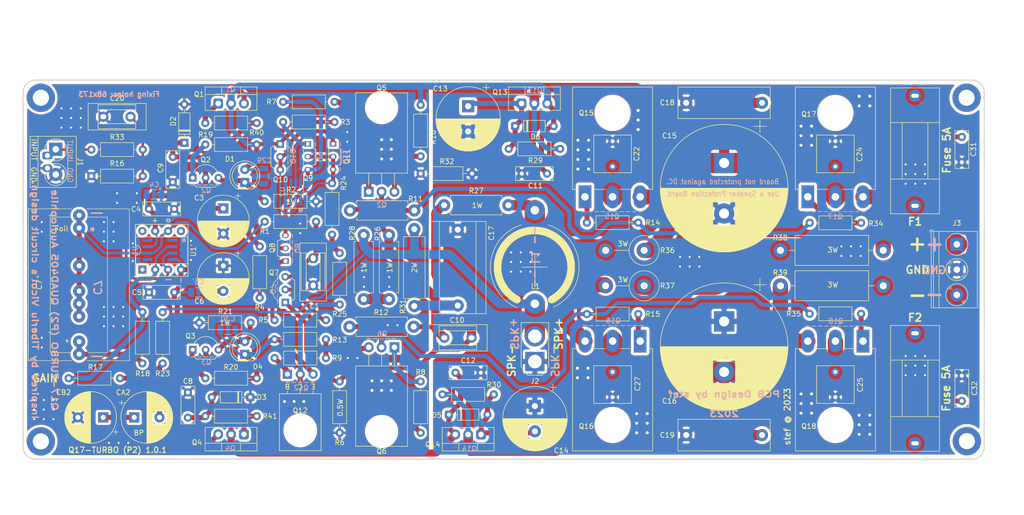
<source format=kicad_pcb>
(kicad_pcb (version 20211014) (generator pcbnew)
  (title_block (title "Q17-TURBO (P2)") (date "2023-05-09") (rev "1.0.1") (company "PCB design by Stef") (comment 1 "Zize 190 x 75 mm"))
  (layers (0 "F.Cu" signal) (31 "B.Cu" signal) (34 "B.Paste" user) (35 "F.Paste" user) (36 "B.SilkS" user "B.Silkscreen") (37 "F.SilkS" user "F.Silkscreen") (38 "B.Mask" user) (39 "F.Mask" user) (44 "Edge.Cuts" user))
  (net 0 "")
  (net 1 "GND")
  (net 2 "Net-(C1-Pad1)")
  (net 3 "Net-(Q5-Pad2)")
  (net 4 "Net-(C3-Pad1)")
  (net 5 "Net-(C5-Pad2)")
  (net 6 "Net-(C7-Pad1)")
  (net 7 "Net-(C8-Pad2)")
  (net 8 "Net-(C9-Pad2)")
  (net 9 "Net-(C10-Pad1)")
  (net 10 "Net-(C10-Pad2)")
  (net 11 "Net-(C11-Pad2)")
  (net 12 "GNDPWR")
  (net 13 "Net-(C12-Pad2)")
  (net 14 "Net-(C13-Pad1)")
  (net 15 "Net-(C14-Pad2)")
  (net 16 "Net-(C15-Pad1)")
  (net 17 "Net-(C16-Pad2)")
  (net 18 "Net-(C17-Pad1)")
  (net 19 "Net-(C29-Pad2)")
  (net 20 "Net-(C30-Pad1)")
  (net 21 "Net-(L1-Pad2)")
  (net 22 "Net-(J2-Pad2)")
  (net 23 "Net-(Q2-Pad1)")
  (net 24 "Net-(Q3-Pad1)")
  (net 25 "Net-(Q8-Pad2)")
  (net 26 "Net-(Q5-Pad3)")
  (net 27 "Net-(Q5-Pad1)")
  (net 28 "Net-(Q6-Pad3)")
  (net 29 "Net-(Q6-Pad1)")
  (net 30 "Net-(Q15-Pad1)")
  (net 31 "Net-(Q16-Pad1)")
  (net 32 "Net-(R24-Pad2)")
  (net 33 "Net-(R26-Pad2)")
  (net 34 "Net-(Q8-Pad1)")
  (net 35 "Net-(Q7-Pad2)")
  (net 36 "Net-(Q10-Pad2)")
  (net 37 "Net-(Q9-Pad1)")
  (net 38 "Net-(Q11-Pad2)")
  (net 39 "Net-(Q15-Pad3)")
  (net 40 "Net-(Q12-Pad1)")
  (net 41 "Net-(Q12-Pad2)")
  (net 45 "Net-(Q16-Pad3)")
  (net 46 "Net-(Q17-Pad1)")
  (net 47 "Net-(Q17-Pad3)")
  (net 48 "Net-(Q18-Pad1)")
  (net 49 "Net-(Q18-Pad3)")
  (net 50 "Net-(Q6-Pad2)")
  (net 51 "Net-(Q8-Pad3)")
  (net 52 "Net-(R17-Pad2)")
  (net 53 "Net-(Q1-Pad1)")
  (net 54 "Net-(Q4-Pad1)")
  (net 55 "Net-(C20-Pad2)")
  (net 56 "Net-(C7-Pad2)")
  (net 57 "Net-(CA2-Pad1)")
  (net 58 "Net-(CA2-Pad2)")
  (net 59 "Net-(F1-Pad2)")
  (net 60 "Net-(F2-Pad1)")
  (net 61 "Net-(J1-Pad1)")
  (footprint "Resistor_THT:R_Axial_DIN0207_L6.3mm_D2.5mm_P10.16mm_Horizontal" (layer "F.Cu") (at 98.7772 118.65)
    (fp_text reference "R5")
    (fp_text value "10R" hide)
  )
  (footprint "Resistor_THT:R_Axial_DIN0207_L6.3mm_D2.5mm_P10.16mm_Horizontal" (layer "F.Cu") (at 95.2572 83.9 180)
    (fp_text reference "R19")
    (fp_text value "330R" hide)
  )
  (footprint "Package_TO_SOT_THT:TO-92_Inline_Wide" (layer "F.Cu") (at 82.6072 90.485)
    (fp_text reference "Q2")
    (fp_text value "KSA992")
  )
  (footprint "Resistor_THT:R_Axial_DIN0207_L6.3mm_D2.5mm_P10.16mm_Horizontal" (layer "F.Cu") (at 95.2572 130.15 180)
    (fp_text reference "R20")
    (fp_text value "330R" hide)
  )
  (footprint "Capacitor_THT:CP_Radial_D12.5mm_P5.00mm" (layer "F.Cu") (at 150.2472 135.65 -90)
    (fp_text reference "C14")
    (fp_text value "220uF/63V")
  )
  (footprint "Resistor_THT:R_Axial_DIN0614_L14.3mm_D5.7mm_P20.32mm_Horizontal" (layer "F.Cu") (at 219.1072 111.85 180)
    (fp_text reference "R39")
    (fp_text value "0.1R/3W")
  )
  (footprint "Capacitor_THT:CP_Radial_D10.0mm_P5.00mm" (layer "F.Cu") (at 88.6472 96.532323 -90)
    (fp_text reference "C3")
    (fp_text value "47uF/25v")
  )
  (footprint "Resistor_THT:R_Axial_DIN0207_L6.3mm_D2.5mm_P10.16mm_Horizontal" (layer "F.Cu") (at 62.5672 90.15)
    (fp_text reference "R16")
    (fp_text value "22k" hide)
  )
  (footprint "Resistor_THT:R_Axial_DIN0207_L6.3mm_D2.5mm_P10.16mm_Horizontal" (layer "F.Cu") (at 95.8472 104.07 -90)
    (fp_text reference "R4")
    (fp_text value "100R" hide)
  )
  (footprint "Q17_Library:L_Radial_D13mm_Q17_P2" (layer "F.Cu") (at 150.227888 115.4 90)
    (fp_text reference "L1")
    (fp_text value "1u2")
  )
  (footprint "Resistor_THT:R_Axial_DIN0207_L6.3mm_D2.5mm_P10.16mm_Horizontal" (layer "F.Cu") (at 100.4672 75.45)
    (fp_text reference "R7")
    (fp_text value "100R" hide)
  )
  (footprint "Resistor_THT:R_Axial_DIN0207_L6.3mm_D2.5mm_P10.16mm_Horizontal" (layer "F.Cu") (at 95.2572 137.65 180)
    (fp_text reference "R41")
    (fp_text value "100R")
  )
  (footprint "Package_TO_SOT_THT:TO-92_Inline_Wide" (layer "F.Cu") (at 100.8972 115.15 90)
    (fp_text reference "Q7")
    (fp_text value "KSC1845")
  )
  (footprint "LED_THT:LED_D5.0mm" (layer "F.Cu") (at 92.8972 91.4 90)
    (fp_text reference "D1")
    (fp_text value "RED 2V")
  )
  (footprint "Resistor_THT:R_Axial_DIN0207_L6.3mm_D2.5mm_P10.16mm_Horizontal" (layer "F.Cu") (at 160.5222 117.45)
    (fp_text reference "R15")
    (fp_text value "330R")
  )
  (footprint "Package_DIP:DIP-8_W7.62mm_Socket" (layer "F.Cu") (at 72.6472 108.65 90)
    (fp_text reference "U1'")
    (fp_text value "OPA1641")
  )
  (footprint "Capacitor_THT:C_Rect_L7.2mm_W2.5mm_P5.00mm_FKS2_FKP2_MKS2_MKP2" (layer "F.Cu") (at 234.6472 87.4 90)
    (fp_text reference "C31")
    (fp_text value "100nF")
  )
  (footprint "Resistor_THT:R_Axial_DIN0411_L9.9mm_D3.6mm_P12.70mm_Horizontal" (layer "F.Cu") (at 126.2872 119.95 180)
    (fp_text reference "R12")
    (fp_text value "47R/2W" hide)
  )
  (footprint "Q17_Library:fuse_holder_CQ-2" (layer "F.Cu") (at 225.3972 132.15)
    (fp_text reference "F2")
    (fp_text value "Fuse 5A")
  )
  (footprint "Resistor_THT:R_Axial_DIN0207_L6.3mm_D2.5mm_P10.16mm_Horizontal" (layer "F.Cu") (at 96.8172 99.15)
    (fp_text reference "R1")
    (fp_text value "2k7" hide)
  )
  (footprint "Q17_Library:C_Mica_v2_L11.4mm_W4.3mm_H9.1_P5.9mm_mix" (layer "F.Cu") (at 64.677772 78.396103)
    (fp_text reference "C20")
    (fp_text value "1nF FKP2 or MKT")
  )
  (footprint "Resistor_THT:R_Axial_DIN0207_L6.3mm_D2.5mm_P10.16mm_Horizontal" (layer "F.Cu") (at 110.6272 79.45 180)
    (fp_text reference "R3")
    (fp_text value "150R" hide)
  )
  (footprint "Q17_Library:R_Axial_L12.0mm_D5.0mm_P15.24mm_Horizontal_Dale_1W" (layer "F.Cu") (at 126.3972 100.63 -90)
    (fp_text reference "R31")
    (fp_text value "10R/2W")
  )
  (footprint "Capacitor_THT:C_Rect_L7.2mm_W2.5mm_P5.00mm_FKS2_FKP2_MKS2_MKP2" (layer "F.Cu") (at 147.6472 89.65)
    (fp_text reference "C11")
    (fp_text value "100nF")
  )
  (footprint "Package_TO_SOT_THT:TO-92S_Wide" (layer "F.Cu") (at 105.3472 83.775 -90)
    (fp_text reference "Q9")
    (fp_text value "ZVP2106A")
  )
  (footprint "Resistor_THT:R_Axial_DIN0207_L6.3mm_D2.5mm_P10.16mm_Horizontal" (layer "F.Cu") (at 204.5672 117.4)
    (fp_text reference "R35")
    (fp_text value "330R")
  )
  (footprint "Capacitor_THT:CP_Radial_D10.0mm_P5.00mm" (layer "F.Cu") (at 64.8972 137.9 180)
    (fp_text reference "CB2")
    (fp_text value "STRAP")
  )
  (footprint "Capacitor_THT:C_Rect_L7.2mm_W2.5mm_P5.00mm_FKS2_FKP2_MKS2_MKP2" (layer "F.Cu") (at 78.9472 96.65 180)
    (fp_text reference "C4")
    (fp_text value "100nF")
  )
  (footprint "Resistor_THT:R_Axial_DIN0207_L6.3mm_D2.5mm_P10.16mm_Horizontal" (layer "F.Cu") (at 68.2272 130.15 180)
    (fp_text reference "R17")
    (fp_text value "7k32" hide)
  )
  (footprint "Resistor_THT:R_Axial_DIN0207_L6.3mm_D2.5mm_P10.16mm_Horizontal" (layer "F.Cu") (at 96.8172 95.15)
    (fp_text reference "R2")
    (fp_text value "10k/1W" hide)
  )
  (footprint "Package_TO_SOT_THT:TO-92S_Wide" (layer "F.Cu") (at 110.3472 83.775 -90)
    (fp_text reference "Q11")
    (fp_text value "ZVP2106A")
  )
  (footprint "Resistor_THT:R_Axial_DIN0207_L6.3mm_D2.5mm_P10.16mm_Horizontal" (layer "F.Cu") (at 72.7272 84.9 180)
    (fp_text reference "R33")
    (fp_text value "680R" hide)
  )
  (footprint "Resistor_THT:R_Axial_DIN0207_L6.3mm_D2.5mm_P10.16mm_Horizontal" (layer "F.Cu") (at 76.6472 127.23 90)
    (fp_text reference "R23")
    (fp_text value "8k2" hide)
  )
  (footprint "LED_THT:LED_D5.0mm" (layer "F.Cu") (at 92.8972 125.425 90)
    (fp_text reference "D4")
    (fp_text value "RED 2V")
  )
  (footprint "Resistor_THT:R_Axial_DIN0207_L6.3mm_D2.5mm_P10.16mm_Horizontal" (layer "F.Cu") (at 98.7772 126.15)
    (fp_text reference "R9")
    (fp_text value "100R" hide)
  )
  (footprint "Capacitor_THT:CP_Radial_D10.0mm_P5.00mm" (layer "F.Cu") (at 88.6472 107.9 -90)
    (fp_text reference "C6")
    (fp_text value "47uF/25v")
  )
  (footprint "Q17_Library:C_Rect_L18.0mm_W7.0mm_P15.00mm_C17" (layer "F.Cu") (at 134.99155 115.75 90)
    (fp_text reference "C17")
    (fp_text value "100nF MKP or MKT")
  )
  (footprint "Capacitor_THT:C_Rect_L7.2mm_W2.5mm_P5.00mm_FKS2_FKP2_MKS2_MKP2" (layer "F.Cu") (at 139.5472 129.05 180)
    (fp_text reference "C12")
    (fp_text value "100nF")
  )
  (footprint "Resistor_THT:R_Axial_DIN0207_L6.3mm_D2.5mm_P10.16mm_Horizontal" (layer "F.Cu") (at 127.6472 76.07 -90)
    (fp_text reference "R10")
    (fp_text value "10R" hide)
  )
  (footprint "Resistor_THT:R_Axial_DIN0411_L9.9mm_D3.6mm_P12.70mm_Horizontal" (layer "F.Cu") (at 126.3972 96.95 180)
    (fp_text reference "R11")
    (fp_text value "47R/2W" hide)
  )
  (footprint "Diode_THT:D_DO-35_SOD27_P7.62mm_Horizontal" (layer "F.Cu") (at 146.3372 80.25)
    (fp_text reference "D6")
    (fp_text value "1N5245B" hide)
  )
  (footprint "Diode_THT:D_DO-35_SOD27_P7.62mm_Horizontal" (layer "F.Cu") (at 93.9872 133.9 180)
    (fp_text reference "D3")
    (fp_text value "1N5248B" hide)
  )
  (footprint "Capacitor_THT:CP_Radial_D25.0mm_P10.00mm_SnapIn" (layer "F.Cu") (at 187.6472 118.9 -90)
    (fp_text reference "C16")
    (fp_text value "3300uF/63V")
  )
  (footprint "Package_TO_SOT_THT:TO-220-3_Vertical" (layer "F.Cu") (at 147.6072 75.775)
    (fp_text reference "Q13")
    (fp_text value "IRF610" hide)
  )
  (footprint "Resistor_THT:R_Axial_DIN0207_L6.3mm_D2.5mm_P10.16mm_Horizontal" (layer "F.Cu") (at 155.2272 84.75 180)
    (fp_text reference "R29")
    (fp_text value "100R" hide)
  )
  (footprint "Q17_Library:BD139_Horizontal_TabDown" (layer "F.Cu") (at 106.3972 129.35 180)
    (fp_text reference "Q12")
    (fp_text value "BD139")
  )
  (footprint "Capacitor_THT:C_Rect_L7.2mm_W7.2mm_P5.00mm_FKS2_FKP2_MKS2_MKP2" (layer "F.Cu") (at 209.6472 133.9 90)
    (fp_text reference "C25")
    (fp_text value "1uF/100V")
  )
  (footprint "Resistor_THT:R_Axial_DIN0207_L6.3mm_D2.5mm_P10.16mm_Horizontal" (layer "F.Cu") (at 110.1472 91.57 -90)
    (fp_text reference "R24")
    (fp_text value "10k" hide)
  )
  (footprint "Package_TO_SOT_THT:TO-92_Inline_Wide" (layer "F.Cu") (at 99.8872 83.81 -90)
    (fp_text reference "Q10")
    (fp_text value "KSA992")
  )
  (footprint "Q17_Library:TO-3PB-3_Horizontal_TabDown_6mmHole" (layer "F.Cu") (at 160.1472 94.25)
    (fp_text reference "Q15")
    (fp_text value "FQA46N15" hide)
  )
  (footprint "Capacitor_THT:C_Rect_L18.0mm_W6.0mm_P15.00mm_FKS3_FKP3" (layer "F.Cu") (at 195.1472 141.4 180)
    (fp_text reference "C19")
    (fp_text value "3.3uF/63v MKS4")
  )
  (footprint "Capacitor_THT:C_Rect_L7.2mm_W2.5mm_P5.00mm_FKS2_FKP2_MKS2_MKP2" (layer "F.Cu") (at 78.6472 91.35 90)
    (fp_text reference "C9")
    (fp_text value "100nF")
  )
  (footprint "Capacitor_THT:C_Rect_L7.2mm_W2.5mm_P5.00mm_FKS2_FKP2_MKS2_MKP2" (layer "F.Cu") (at 73.9472 113.15)
    (fp_text reference "C5")
    (fp_text value "100nF")
  )
  (footprint "Capacitor_THT:CP_Radial_D12.5mm_P5.00mm" (layer "F.Cu") (at 137.0472 76.326041 -90)
    (fp_text reference "C13")
    (fp_text value "220uF/63V")
  )
  (footprint "MountingHole:MountingHole_3.2mm_M3_DIN965_Pad_TopBottom" (layer "F.Cu") (at 235.640771 142.596818 180)
    (fp_text reference "H1")
    (fp_text value "MountingHole")
  )
  (footprint "Resistor_THT:R_Axial_DIN0207_L6.3mm_D2.5mm_P10.16mm_Horizontal" (layer "F.Cu") (at 160.5222 99.35)
    (fp_text reference "R14")
    (fp_text value "330R")
  )
  (footprint "Resistor_THT:R_Axial_DIN0207_L6.3mm_D2.5mm_P10.16mm_Horizontal" (layer "F.Cu") (at 142.1272 133.35 180)
    (fp_text reference "R30")
    (fp_text value "100R" hide)
  )
  (footprint "Resistor_THT:R_Axial_DIN0207_L6.3mm_D2.5mm_P10.16mm_Horizontal" (layer "F.Cu") (at 111.6472 130.79 -90)
    (fp_text reference "R6")
    (fp_text value "100R/0.5W" hide)
  )
  (footprint "Capacitor_THT:CP_Radial_D10.0mm_P5.00mm" (layer "F.Cu") (at 71.029523 137.9)
    (fp_text reference "CA2")
    (fp_text value "100uF/16V BP")
  )
  (footprint "Capacitor_THT:C_Rect_L7.2mm_W7.2mm_P5.00mm_FKS2_FKP2_MKS2_MKP2" (layer "F.Cu") (at 209.6472 83.25 -90)
    (fp_text reference "C24")
    (fp_text value "1uF/100V")
  )
  (footprint "Q17_Library:C_Mica_v2_L11.4mm_W4.3mm_H9.1_P5.9mm_mix" (layer "F.Cu") (at 132.084075 122.146103)
    (fp_text reference "C10")
    (fp_text value "47pF Mica or NP0")
  )
  (footprint "Package_TO_SOT_THT:TO-92S_Wide" (layer "F.Cu") (at 100.9372 106.975 90)
    (fp_text reference "Q8")
    (fp_text value "ZVN4206AV")
  )
  (footprint "Resistor_THT:R_Axial_DIN0207_L6.3mm_D2.5mm_P10.16mm_Horizontal" (layer "F.Cu") (at 108.9272 122.45 180)
    (fp_text reference "R13")
    (fp_text value "10R" hide)
  )
  (footprint "Resistor_THT:R_Axial_DIN0411_L9.9mm_D3.6mm_P12.70mm_Horizontal" (layer "F.Cu") (at 116.3972 114.5 90)
    (fp_text reference "R28")
    (fp_text value "22R/1W")
  )
  (footprint "Resistor_THT:R_Axial_DIN0411_L9.9mm_D3.6mm_P12.70mm_Horizontal" (layer "F.Cu") (at 121.3972 101.8 -90)
    (fp_text reference "R26")
    (fp_text value "22R/1W")
  )
  (footprint "Capacitor_THT:C_Rect_L18.0mm_W6.0mm_P15.00mm_FKS3_FKP3" (layer "F.Cu") (at 180.1472 75.65)
    (fp_text reference "C18")
    (fp_text value "3.3uF/63v MKS4")
  )
  (footprint "Diode_THT:D_DO-35_SOD27_P7.62mm_Horizontal" (layer "F.Cu") (at 133.2372 137.35)
    (fp_text reference "D5")
    (fp_text value "1N5245B" hide)
  )
  (footprint "MountingHole:MountingHole_3.2mm_M3_DIN965_Pad_TopBottom" (layer "F.Cu") (at 235.578971 74.647618 180)
    (fp_text reference "H1")
    (fp_text value "MountingHole")
  )
  (footprint "Package_TO_SOT_THT:TO-220-3_Vertical" (layer "F.Cu") (at 92.7172 141.25 180)
    (fp_text reference "Q4")
    (fp_text value "IRF9610" hide)
  )
  (footprint "MountingHole:MountingHole_3.2mm_M3_DIN965_Pad_TopBottom" (layer "F.Cu") (at 52.578971 142.647618 180)
    (fp_text reference "H1")
    (fp_text value "MountingHole")
  )
  (footprint "Q17_Library:TO-220-3_Horizontal_TabDown_6mmHole" (layer "F.Cu") (at 117.3972 93.25)
    (fp_text reference "Q5")
    (fp_text value "FQP3P20")
  )
  (footprint "Q17_Library:TO-3PB-3_Horizontal_TabDown_6mmHole" (layer "F.Cu") (at 215.1022 122.8 180)
    (fp_text reference "Q18")
    (fp_text value "FQA36P15")
  )
  (footprint "Resistor_THT:R_Axial_DIN0614_L14.3mm_D5.7mm_P7.62mm_Vertical" (layer "F.Cu") (at 171.8372 111.85 180)
    (fp_text reference "R37")
    (fp_text value "0.1R/3W")
  )
  (footprint "Package_TO_SOT_THT:TO-220-3_Vertical" (layer "F.Cu") (at 139.5872 141.275 180)
    (fp_text reference "Q14")
    (fp_text value "IRF9610" hide)
  )
  (footprint "Package_TO_SOT_THT:TO-92_Inline_Wide" (layer "F.Cu") (at 82.6072 124.51)
    (fp_text reference "Q3")
    (fp_text value "KSC1845")
  )
  (footprint "Capacitor_THT:CP_Radial_D25.0mm_P10.00mm_SnapIn" (layer "F.Cu") (at 187.6472 87.54463 -90)
    (fp_text reference "C15")
    (fp_text value "3300uF/63V")
  )
  (footprint "Resistor_THT:R_Axial_DIN0614_L14.3mm_D5.7mm_P7.62mm_Vertical" (layer "F.Cu") (at 171.8372 104.85 180)
    (fp_text reference "R36")
    (fp_text value "0.1R/3W")
  )
  (footprint "Q17_Library:TO-3PB-3_Horizontal_TabDown_6mmHole" (layer "F.Cu") (at 204.1922 94.25)
    (fp_text reference "Q17")
    (fp_text value "FQA46N15" hide)
  )
  (footprint "Resistor_THT:R_Axial_DIN0207_L6.3mm_D2.5mm_P10.16mm_Horizontal" (layer "F.Cu") (at 72.6472 117.05 -90)
    (fp_text reference "R18")
    (fp_text value "22k" hide)
  )
  (footprint "Q17_Library:fuse_holder_CQ-2" (layer "F.Cu") (at 225.3972 85.15)
    (fp_text reference "F1")
    (fp_text value "Fuse 5A")
  )
  (footprint "Resistor_THT:R_Axial_DIN0614_L14.3mm_D5.7mm_P20.32mm_Horizontal" (layer "F.Cu") (at 219.1072 104.85 180)
    (fp_text reference "R38")
    (fp_text value "0.1R/3W")
  )
  (footprint "Q17_Library:C_Rect_C7_Q17_Mini_L26.50_H11.00_P20.50_2" (layer "F.Cu") (at 60.1472 122.9 90)
    (fp_text reference "C7")
    (fp_text value "1uF MKP or MKT")
  )
  (footprint "Capacitor_THT:C_Rect_L7.2mm_W2.5mm_P5.00mm_FKS2_FKP2_MKS2_MKP2" (layer "F.Cu") (at 81.6472 132.95 -90)
    (fp_text reference "C8")
    (fp_text value "100nF")
  )
  (footprint "Resistor_THT:R_Axial_DIN0207_L6.3mm_D2.5mm_P10.16mm_Horizontal" (layer "F.Cu") (at 214.7272 99.4 180)
    (fp_text reference "R34")
    (fp_text value "330R")
  )
  (footprint "Q17_Library:TO-3PB-3_Horizontal_TabDown_6mmHole" (layer "F.Cu") (at 171.0572 122.8 180)
    (fp_text reference "Q16")
    (fp_text value "FQA36P15" hide)
  )
  (footprint "Package_TO_SOT_THT:TO-220-3_Vertical" (layer "F.Cu") (at 87.6372 75.775)
    (fp_text reference "Q1")
    (fp_text value "IRF610" hide)
  )
  (footprint "Connector_AMASS:AMASS_XT30U-F_1x02_P5.0mm_Vertical" (layer "F.Cu") (at 150.2472 126.85 90)
    (fp_text reference "J2")
    (fp_text value "SPK+")
  )
  (footprint "Resistor_THT:R_Axial_DIN0207_L6.3mm_D2.5mm_P10.16mm_Horizontal" (layer "F.Cu") (at 94.0472 119.15 180)
    (fp_text reference "R21")
    (fp_text value "10k/1W" hide)
  )
  (footprint "MountingHole:MountingHole_3.2mm_M3_DIN965_Pad_TopBottom" (layer "F.Cu") (at 52.578971 74.647618 180)
    (fp_text reference "H1")
    (fp_text value "MountingHole")
  )
  (footprint "Q17_Library:C_Mica_v2_L11.4mm_W4.3mm_H9.1_P5.9mm_mix" (layer "F.Cu") (at 106.3972 106.15 -90)
    (fp_text reference "C1")
    (fp_text value "470p Mica")
  )
  (footprint "Capacitor_THT:C_Rect_L7.2mm_W2.5mm_P5.00mm_FKS2_FKP2_MKS2_MKP2" (layer "F.Cu") (at 234.6472 129.65 -90)
    (fp_text reference "C32")
    (fp_text value "100nF")
  )
  (footprint "Resistor_THT:R_Axial_DIN0207_L6.3mm_D2.5mm_P10.16mm_Horizontal" (layer "F.Cu") (at 85.0972 79.65)
    (fp_text reference "R40")
    (fp_text value "100R")
  )
  (footprint "Resistor_THT:R_Axial_DIN0207_L6.3mm_D2.5mm_P10.16mm_Horizontal" (layer "F.Cu") (at 127.6472 140.95 90)
    (fp_text reference "R8")
    (fp_text value "120R" hide)
  )
  (footprint "Q17_Library:Input_connector_mix_regular" (layer "F.Cu") (at 54.8972 87.4 -90)
    (fp_text reference "J1")
    (fp_text value "INPUT")
  )
  (footprint "Resistor_THT:R_Axial_DIN0207_L6.3mm_D2.5mm_P10.16mm_Horizontal" (layer "F.Cu") (at 127.6672 89.65)
    (fp_text reference "R32")
    (fp_text value "STRAP" hide)
  )
  (footprint "Q17_Library:TO-220-3_Horizontal_TabDown_6mmHole" (layer "F.Cu") (at 122.4772 124.02 180)
    (fp_text reference "Q6")
    (fp_text value "FQP3N30")
  )
  (footprint "Resistor_THT:R_Axial_DIN0411_L9.9mm_D3.6mm_P12.70mm_Horizontal" (layer "F.Cu") (at 132.2972 95.9)
    (fp_text reference "R27")
    (fp_text value "560R/1W")
  )
  (footprint "TerminalBlock_Phoenix:TerminalBlock_Phoenix_PT-1,5-3-5.0-H_1x03_P5.00mm_Horizontal" (layer "F.Cu") (at 233.6472 103.65 -90)
    (fp_text reference "J3")
    (fp_text value "DC")
  )
  (footprint "Capacitor_THT:C_Rect_L7.2mm_W7.2mm_P5.00mm_FKS2_FKP2_MKS2_MKP2" (layer "F.Cu") (at 165.6022 83.25 -90)
    (fp_text reference "C22")
    (fp_text value "1uF/100V")
  )
  (footprint "Diode_THT:D_DO-35_SOD27_P7.62mm_Horizontal" (layer "F.Cu") (at 80.9472 83.56 90)
    (fp_text reference "D2")
    (fp_text value "1N5248B" hide)
  )
  (footprint "Resistor_THT:R_Axial_DIN0207_L6.3mm_D2.5mm_P10.16mm_Horizontal" (layer "F.Cu") (at 111.6472 105.4 -90)
    (fp_text reference "R25")
    (fp_text value "7k5" hide)
  )
  (footprint "Capacitor_THT:C_Rect_L7.2mm_W7.2mm_P5.00mm_FKS2_FKP2_MKS2_MKP2" (layer "F.Cu") (at 165.6022 133.9 90)
    (fp_text reference "C27")
    (fp_text value "1uF/100V")
  )
  (footprint "Capacitor_SMD:C_1206_3216Metric" (layer "B.Cu") (at 89.5472 120.55 180)
    (fp_text reference "C30")
    (fp_text value "15nF COG")
  )
  (footprint "Capacitor_SMD:C_1206_3216Metric" (layer "B.Cu") (at 83.7472 113.15 180)
    (fp_text reference "C5'")
    (fp_text value "15nF COG")
  )
  (footprint "Capacitor_SMD:C_1206_3216Metric" (layer "B.Cu") (at 96.6472 90.15 -90)
    (fp_text reference "C29")
    (fp_text value "15nF COG")
  )
  (footprint "Package_SO:SOIC-8_3.9x4.9mm_P1.27mm" (layer "B.Cu") (at 76.129917 104.755097 180)
    (fp_text reference "U1")
    (fp_text value "OPA1611")
  )
  (footprint "Package_TO_SOT_SMD:TSOT-23-6_HandSoldering" (layer "B.Cu") (at 102.9472 93.25 90)
    (fp_text reference "U2")
    (fp_text value "NDC7003P")
  )
  (footprint "Capacitor_SMD:C_1206_3216Metric" (layer "B.Cu") (at 74.9472 93.75 180)
    (fp_text reference "C4'")
    (fp_text value "100nF")
  )
  (gr_line locked (start 51.5007 146.150075) (end 236.7937 146.149926) (layer "Edge.Cuts") (width 0.2))
  (gr_arc locked (start 51.5007 146.150075) (mid 49.781843 145.430855) (end 49.071964 143.708119) (layer "Edge.Cuts") (width 0.2))
  (gr_arc locked (start 239.073324 143.765303) (mid 238.403924 145.407313) (end 236.7937 146.149926) (layer "Edge.Cuts") (width 0.2))
  (gr_line locked (start 239.072764 73.623327) (end 239.073324 143.765303) (layer "Edge.Cuts") (width 0.2))
  (gr_line locked (start 49.070888 73.402439) (end 49.071964 143.708119) (layer "Edge.Cuts") (width 0.2))
  (gr_arc locked (start 236.775393 71.153909) (mid 238.417593 71.929487) (end 239.072764 73.623327) (layer "Edge.Cuts") (width 0.2))
  (gr_arc locked (start 49.070888 73.402439) (mid 49.862617 71.798926) (end 51.530024 71.152518) (layer "Edge.Cuts") (width 0.2))
  (gr_line locked (start 51.530024 71.152518) (end 236.775393 71.153909) (layer "Edge.Cuts") (width 0.2))
  (gr_text "----------" (at 165.5472 97.25 -180) (layer "B.SilkS") (effects (font (size 1 1)) (justify mirror)))
  (gr_text "Q2" (at 119.9472 95.85) (layer "B.SilkS") (effects (font (size 1 1)) (justify mirror)))
  (gr_text "Q13" (at 150.2472 73.188) (layer "B.SilkS") (effects (font (size 1 1)) (justify mirror)))
  (gr_text "-- L1 --" (at 150.3472 106.15 -90) (layer "B.SilkS") (effects (font (size 1.5 1.5) (thickness 0.3)) (justify mirror)))
  (gr_text "-----" (at 119.77914 94.992935 -180) (layer "B.SilkS") (effects (font (size 1 1)) (justify mirror)))
  (gr_text "Q1" (at 90.0472 72.95) (layer "B.SilkS") (effects (font (size 1 1)) (justify mirror)))
  (gr_text "-----" (at 103.820814 130.905137) (layer "B.SilkS") (effects (font (size 1 1)) (justify mirror)))
  (gr_text "-----" (at 85.1472 125.85) (layer "B.SilkS") (effects (font (size 1 1)) (justify mirror)))
  (gr_text "GND" (at 229.2472 108.75) (layer "B.SilkS") (effects (font (size 1.5 1.5) (thickness 0.3)) (justify mirror)))
  (gr_text "Q17-TURBO (P2) QUAD405 Audiophile\n\nInspired by Tiberiu Vicol's circuit design." (at 53.3472 114.65 -90) (layer "B.SilkS") (effects (font (size 1.2 1.5) (thickness 0.3)) (justify mirror)))
  (gr_text "Q16" (at 165.7472 118.75) (layer "B.SilkS") (effects (font (size 1 1)) (justify mirror)))
  (gr_text "|          C7           |" (at 63.7472 111.65 -90) (layer "B.SilkS") (effects (font (size 1.5 1.5) (thickness 0.3)) (justify mirror)))
  (gr_text "°" (at 104.7472 96.85 -270) (layer "B.SilkS") (effects (font (size 2 2) (thickness 0.25))))
  (gr_text "-----" (at 106.7472 86.35 -270) (layer "B.SilkS") (effects (font (size 1 1)) (justify mirror)))
  (gr_text "-----" (at 99.4472 112.55 -90) (layer "B.SilkS") (effects (font (size 1 1)) (justify mirror)))
  (gr_text "Q11" (at 112.816058 86.35 -90) (layer "B.SilkS") (effects (font (size 1 1)) (justify mirror)))
  (gr_text "PCB Design by stef\n\n2023" (at 187.6472 135.25) (layer "B.SilkS") (effects (font (size 1.2 1.5) (thickness 0.3)) (justify mirror)))
  (gr_text "INPUT" (at 58.3472 85.15 -90) (layer "B.SilkS") (effects (font (size 1 1)) (justify mirror)))
  (gr_text "----------" (at 209.6472 97.25 -180) (layer "B.SilkS") (effects (font (size 1 1)) (justify mirror)))
  (gr_text "Board not protected against DC." (at 187.3472 91.237) (layer "B.SilkS") (effects (font (size 1 0.9)) (justify mirror)))
  (gr_text "Q2" (at 85.2472 92.95) (layer "B.SilkS") (effects (font (size 1 1)) (justify mirror)))
  (gr_text "Q9" (at 107.7632 86.35 -90) (layer "B.SilkS") (effects (font (size 1 1)) (justify mirror)))
  (gr_text "----------" (at 165.7472 119.65) (layer "B.SilkS") (effects (font (size 1 1)) (justify mirror)))
  (gr_text "-----" (at 90.1472 142.95) (layer "B.SilkS") (effects (font (size 1 1)) (justify mirror)))
  (gr_text "Q14" (at 137.273586 144.094863) (layer "B.SilkS") (effects (font (size 1 1)) (justify mirror)))
  (gr_text "Q10" (at 102.3472 86.248241 -90) (layer "B.SilkS") (effects (font (size 1 1)) (justify mirror)))
  (gr_text "-----" (at 119.8472 122.25) (layer "B.SilkS") (effects (font (size 1 1)) (justify mirror)))
  (gr_text "-----" (at 137.0472 142.95) (layer "B.SilkS") (effects (font (size 1 1)) (justify mirror)))
  (gr_text "----------" (at 209.7472 119.75) (layer "B.SilkS") (effects (font (size 1 1)) (justify mirror)))
  (gr_text "+" (at 229.2472 103.5) (layer "B.SilkS") (effects (font (size 3 3) (thickness 0.5))))
  (gr_text "Q15" (at 165.5472 98.15) (layer "B.SilkS") (effects (font (size 1 1)) (justify mirror)))
  (gr_text "Q6" (at 120.0472 121.35) (layer "B.SilkS") (effects (font (size 1 1)) (justify mirror)))
  (gr_text "Fixing holes: 68x173" (at 68.0472 73.95) (layer "B.SilkS") (effects (font (size 1 1) (thickness 0.25)) (justify mirror)))
  (gr_text "Use a Speaker Protection Board." (at 187.3472 93.65) (layer "B.SilkS") (effects (font (size 1 0.9)) (justify mirror)))
  (gr_text "-----" (at 90.0472 73.966 -180) (layer "B.SilkS") (effects (font (size 1 1)) (justify mirror)))
  (gr_text "Q4" (at 90.050105 144.01928) (layer "B.SilkS") (effects (font (size 1 1)) (justify mirror)))
  (gr_text "-----" (at 102.2312 104.45 -270) (layer "B.SilkS") (effects (font (size 1 1)) (justify mirror)))
  (gr_text "SPK-" (at 154.1472 126.75 -90) (layer "B.SilkS") (effects (font (size 1.5 1.5) (thickness 0.3)) (justify mirror)))
  (gr_text "Q3" (at 85.305778 126.959102) (layer "B.SilkS") (effects (font (size 1 1)) (justify mirror)))
  (gr_text "-----" (at 101.3472 86.25 -270) (layer "B.SilkS") (effects (font (size 1 1)) (justify mirror)))
  (gr_text "-" (at 229.2472 113.45) (layer "B.SilkS") (effects (font (size 3 3) (thickness 0.5))))
  (gr_text "GND" (at 58.3472 89.95 -90) (layer "B.SilkS") (effects (font (size 1 1)) (justify mirror)))
  (gr_text "Q18" (at 209.7472 118.85) (layer "B.SilkS") (effects (font (size 1 1)) (justify mirror)))
  (gr_text "*" (at 62.301047 100.65855 -90) (layer "B.SilkS") (effects (font (size 1.5 1.5) (thickness 0.3)) (justify mirror)))
  (gr_text "-----" (at 85.088622 91.840898) (layer "B.SilkS") (effects (font (size 1 1)) (justify mirror)))
  (gr_text "-----" (at 150.2472 73.95) (layer "B.SilkS") (effects (font (size 1 1)) (justify mirror)))
  (gr_text "Q12" (at 104.0472 132.05) (layer "B.SilkS") (effects (font (size 1 1)) (justify mirror)))
  (gr_text "°" (at 81.6472 102.85 -270) (layer "B.SilkS") (effects (font (size 2 2) (thickness 0.25))))
  (gr_text "Q8" (at 103.2472 104.45 -90) (layer "B.SilkS") (effects (font (size 1 1)) (justify mirror)))
  (gr_text "Q17" (at 209.6472 98.15) (layer "B.SilkS") (effects (font (size 1 1)) (justify mirror)))
  (gr_text "Q7" (at 98.4312 112.55 -90) (layer "B.SilkS") (effects (font (size 1 1)) (justify mirror)))
  (gr_text "SPK+" (at 146.1472 121.35 -90) (layer "B.SilkS") (effects (font (size 1.5 1.5) (thickness 0.3)) (justify mirror)))
  (gr_text "-----" (at 111.8472 86.350145 -90) (layer "B.SilkS") (effects (font (size 1 1)) (justify mirror)))
  (gr_text "+" (at 225.8472 103.45) (layer "F.SilkS") (effects (font (size 3 3) (thickness 0.5))))
  (gr_text "GAIN" (at 53.3972 130.15) (layer "F.SilkS") (effects (font (size 1.5 1.5) (thickness 0.3))))
  (gr_text "3W" (at 209.1472 111.65) (layer "F.SilkS") (effects (font (size 1 1))))
  (gr_text "3W" (at 209.1472 104.75) (layer "F.SilkS") (effects (font (size 1 1))))
  (gr_text "1W" (at 102.0472 95.25) (layer "F.SilkS") (effects (font (size 1 1))))
  (gr_text "1W" (at 88.9472 119.15) (layer "F.SilkS") (effects (font (size 1 1))))
  (gr_text "3W" (at 167.6472 103.55) (layer "F.SilkS") (effects (font (size 1 1))))
  (gr_text "*" (at 57.7472 123.05) (layer "F.SilkS") (effects (font (size 1 1))))
  (gr_text "SPK+" (at 154.9472 121.35 -270) (layer "F.SilkS") (effects (font (size 1.5 1.5) (thickness 0.3))))
  (gr_text "1W" (at 138.8472 95.95) (layer "F.SilkS") (effects (font (size 1 1))))
  (gr_text "1W" (at 116.4472 108.25 -270) (layer "F.SilkS") (effects (font (size 1 1))))
  (gr_text "0.5W" (at 111.7472 135.95 -270) (layer "F.SilkS") (effects (font (size 1 1))))
  (gr_text "stef @ 2023" (at 200.1472 137.75 -270) (layer "F.SilkS") (effects (font (size 1.2 1.2) (thickness 0.2))))
  (gr_text "SPK-" (at 145.6472 126.75 90) (layer "F.SilkS") (effects (font (size 1.5 1.5) (thickness 0.3))))
  (gr_text "o" (at 77.883577 98.91581 -90) (layer "F.SilkS") (effects (font (size 1 1))))
  (gr_text "3W" (at 167.6472 110.65) (layer "F.SilkS") (effects (font (size 1 1))))
  (gr_text "-" (at 225.8472 113.6) (layer "F.SilkS") (effects (font (size 3 3) (thickness 0.5))))
  (gr_text "+" (at 75.204458 98.972187 -90) (layer "F.SilkS") (effects (font (size 1 1))))
  (gr_text "i" (at 77.736355 110.65 -90) (layer "F.SilkS") (effects (font (size 1 1))))
  (gr_text "GND" (at 225.8472 108.7) (layer "F.SilkS") (effects (font (size 1.5 1.5) (thickness 0.3))))
  (gr_text "BP" (at 71.9472 140.95) (layer "F.SilkS") (effects (font (size 1 1))))
  (gr_text "-" (at 80.3472 110.727268 -90) (layer "F.SilkS") (effects (font (size 1 1))))
  (gr_text "Foil" (at 56.6472 100.55) (layer "F.SilkS") (effects (font (size 1 1))))
  (gr_text "2W" (at 126.4472 108.25 -270) (layer "F.SilkS") (effects (font (size 1 1))))
  (gr_text "Q17-TURBO (P2) 1.0.1" (at 67.7472 144.35) (layer "F.SilkS") (effects (font (size 1.1 1.1) (thickness 0.2))))
  (gr_text "1W" (at 121.5472 108.25 -270) (layer "F.SilkS") (effects (font (size 1 1))))
  (via (at 67.9472 142.945) (size 0.8) (drill 0.4) (layers "F.Cu" "B.Cu") (net 1))
  (via (at 123.0522 119.65) (size 0.8) (drill 0.4) (layers "F.Cu" "B.Cu") (net 1))
  (via (at 65.0422 101.145) (size 0.8) (drill 0.4) (layers "F.Cu" "B.Cu") (net 1))
  (via (at 53.1472 138.25) (size 0.8) (drill 0.4) (layers "F.Cu" "B.Cu") (net 1))
  (via (at 121.8472 132.55) (size 1.2) (drill 0.6) (layers "F.Cu" "B.Cu") (net 1))
  (via (at 65.0422 99.24) (size 0.8) (drill 0.4) (layers "F.Cu" "B.Cu") (net 1))
  (via (at 121.8472 130.645) (size 1.2) (drill 0.6) (layers "F.Cu" "B.Cu") (net 1))
  (via (at 58.5472 76.745) (size 0.8) (drill 0.4) (layers "F.Cu" "B.Cu") (net 1))
  (via (at 66.9472 101.145) (size 0.8) (drill 0.4) (layers "F.Cu" "B.Cu") (net 1))
  (via (at 68.8522 116.045) (size 0.8) (drill 0.4) (layers "F.Cu" "B.Cu") (net 1))
  (via (at 71.5472 95.45) (size 0.8) (drill 0.4) (layers "F.Cu" "B.Cu") (net 1))
  (via (at 55.0522 136.345) (size 0.8) (drill 0.4) (layers "F.Cu" "B.Cu") (net 1))
  (via (at 82.2472 102.95) (size 0.8) (drill 0.4) (layers "F.Cu" "B.Cu") (net 1))
  (via (at 70.7472 106.95) (size 0.8) (drill 0.4) (layers "F.Cu" "B.Cu") (net 1))
  (via (at 113.1472 83.35) (size 0.8) (drill 0.4) (layers "F.Cu" "B.Cu") (net 1))
  (via (at 66.9472 117.95) (size 0.8) (drill 0.4) (layers "F.Cu" "B.Cu") (net 1))
  (via (at 56.6422 78.65) (size 0.8) (drill 0.4) (layers "F.Cu" "B.Cu") (net 1))
  (via (at 104.5472 134.75) (size 1.2) (drill 0.6) (layers "F.Cu" "B.Cu") (net 1))
  (via (at 115.1522 126.15) (size 0.8) (drill 0.4) (layers "F.Cu" "B.Cu") (net 1))
  (via (at 52.7472 122.145) (size 0.8) (drill 0.4) (layers "F.Cu" "B.Cu") (net 1))
  (via (at 58.5472 80.555) (size 0.8) (drill 0.4) (layers "F.Cu" "B.Cu") (net 1))
  (via (at 55.0522 138.25) (size 0.8) (drill 0.4) (layers "F.Cu" "B.Cu") (net 1))
  (via (at 66.9472 99.24) (size 0.8) (drill 0.4) (layers "F.Cu" "B.Cu") (net 1))
  (via (at 119.9422 132.55) (size 1.2) (drill 0.6) (layers "F.Cu" "B.Cu") (net 1))
  (via (at 113.2472 126.15) (size 0.8) (drill 0.4) (layers "F.Cu" "B.Cu") (net 1))
  (via (at 52.7472 99.245) (size 0.8) (drill 0.4) (layers "F.Cu" "B.Cu") (net 1))
  (via (at 121.8522 86.75) (size 1.2) (drill 0.6) (layers "F.Cu" "B.Cu") (net 1))
  (via (at 53.1472 134.44) (size 0.8) (drill 0.4) (layers "F.Cu" "B.Cu") (net 1))
  (via (at 119.9422 130.645) (size 1.2) (drill 0.6) (layers "F.Cu" "B.Cu") (net 1))
  (via (at 100.7372 134.75) (size 1.2) (drill 0.6) (layers "F.Cu" "B.Cu") (net 1))
  (via (at 60.4522 78.65) (size 0.8) (drill 0.4) (layers "F.Cu" "B.Cu") (net 1))
  (via (at 58.5472 78.65) (size 0.8) (drill 0.4) (layers "F.Cu" "B.Cu") (net 1))
  (via (at 60.4522 76.745) (size 0.8) (drill 0.4) (layers "F.Cu" "B.Cu") (net 1))
  (via (at 51.2422 136.345) (size 0.8) (drill 0.4) (layers "F.Cu" "B.Cu") (net 1))
  (via (at 51.2422 134.44) (size 0.8) (drill 0.4) (layers "F.Cu" "B.Cu") (net 1))
  (via (at 68.8522 119.855) (size 0.8) (drill 0.4) (layers "F.Cu" "B.Cu") (net 1))
  (via (at 67.6472 95.45) (size 0.8) (drill 0.4) (layers "F.Cu" "B.Cu") (net 1))
  (via (at 56.6422 76.745) (size 0.8) (drill 0.4) (layers "F.Cu" "B.Cu") (net 1))
  (via (at 121.4472 112.05) (size 0.8) (drill 0.4) (layers "F.Cu" "B.Cu") (net 1))
  (via (at 71.5472 93.545) (size 0.8) (drill 0.4) (layers "F.Cu" "B.Cu") (net 1))
  (via (at 103.8472 99.545) (size 0.8) (drill 0.4) (layers "F.Cu" "B.Cu") (net 1))
  (via (at 113.1472 81.445) (size 0.8) (drill 0.4) (layers "F.Cu" "B.Cu") (net 1))
  (via (at 65.0422 103.05) (size 0.8) (drill 0.4) (layers "F.Cu" "B.Cu") (net 1))
  (via (at 66.9472 116.045) (size 0.8) (drill 0.4) (layers "F.Cu" "B.Cu") (net 1))
  (via (at 116.4472 110.145) (size 0.8) (drill 0.4) (layers "F.Cu" "B.Cu") (net 1))
  (via (at 66.9472 119.855) (size 0.8) (drill 0.4) (layers "F.Cu" "B.Cu") (net 1))
  (via (at 52.7472 101.15) (size 0.8) (drill 0.4) (layers "F.Cu" "B.Cu") (net 1))
  (via (at 65.0422 116.045) (size 0.8) (drill 0.4) (layers "F.Cu" "B.Cu") (net 1))
  (via (at 53.1472 136.345) (size 0.8) (drill 0.4) (layers "F.Cu" "B.Cu") (net 1))
  (via (at 121.4472 110.145) (size 0.8) (drill 0.4) (layers "F.Cu" "B.Cu") (net 1))
  (via (at 102.6422 134.75) (size 1.2) (drill 0.6) (layers "F.Cu" "B.Cu") (net 1))
  (via (at 119.9472 86.75) (size 1.2) (drill 0.6) (layers "F.Cu" "B.Cu") (net 1))
  (via (at 51.2422 138.25) (size 0.8) (drill 0.4) (layers "F.Cu" "B.Cu") (net 1))
  (via (at 121.1472 119.65) (size 0.8) (drill 0.4) (layers "F.Cu" "B.Cu") (net 1))
  (via (at 69.8522 142.945) (size 0.8) (drill 0.4) (layers "F.Cu" "B.Cu") (net 1))
  (via (at 67.6472 93.545) (size 0.8) (drill 0.4) (layers "F.Cu" "B.Cu") (net 1))
  (via (at 55.0522 134.44) (size 0.8) (drill 0.4) (layers "F.Cu" "B.Cu") (net 1))
  (via (at 70.7472 103.45) (size 0.8) (drill 0.4) (layers "F.Cu" "B.Cu") (net 1))
  (via (at 66.9472 103.05) (size 0.8) (drill 0.4) (layers "F.Cu" "B.Cu") (net 1))
  (via (at 103.8472 101.45) (size 0.8) (drill 0.4) (layers "F.Cu" "B.Cu") (net 1))
  (via (at 118.0372 130.645) (size 1.2) (drill 0.6) (layers "F.Cu" "B.Cu") (net 1))
  (via (at 119.9472 84.845) (size 1.2) (drill 0.6) (layers "F.Cu" "B.Cu") (net 1))
  (via (at 60.4522 80.555) (size 0.8) (drill 0.4) (layers "F.Cu" "B.Cu") (net 1))
  (via (at 82.2472 106.75) (size 0.8) (drill 0.4) (layers "F.Cu" "B.Cu") (net 1))
  (via (at 65.0422 117.95) (size 0.8) (drill 0.4) (layers "F.Cu" "B.Cu") (net 1))
  (via (at 66.0422 142.945) (size 0.8) (drill 0.4) (layers "F.Cu" "B.Cu") (net 1))
  (via (at 116.4472 112.05) (size 0.8) (drill 0.4) (layers "F.Cu" "B.Cu") (net 1))
  (via (at 56.6422 80.555) (size 0.8) (drill 0.4) (layers "F.Cu" "B.Cu") (net 1))
  (via (at 65.0422 119.855) (size 0.8) (drill 0.4) (layers "F.Cu" "B.Cu") (net 1))
  (via (at 121.8522 84.845) (size 1.2) (drill 0.6) (layers "F.Cu" "B.Cu") (net 1))
  (via (at 118.0372 132.55) (size 1.2) (drill 0.6) (layers "F.Cu" "B.Cu") (net 1))
  (via (at 119.9472 82.94) (size 1.2) (drill 0.6) (layers "F.Cu" "B.Cu") (net 1))
  (via (at 52.7472 124.05) (size 0.8) (drill 0.4) (layers "F.Cu" "B.Cu") (net 1))
  (via (at 68.8522 117.95) (size 0.8) (drill 0.4) (layers "F.Cu" "B.Cu") (net 1))
  (via (at 121.8522 82.94) (size 1.2) (drill 0.6) (layers "F.Cu" "B.Cu") (net 1))
  (segment (start 105.500307 106.696893) (end 102.420093 109.777107) (width 0.8) (layer "F.Cu") (net 2))
  (segment (start 101.712986 110.07) (end 100.8972 110.07) (width 0.8) (layer "F.Cu") (net 2))
  (segment (start 106.9772 99.15) (end 106.9772 105.826627) (width 1) (layer "F.Cu") (net 2))
  (arc (start 105.500307 106.696893) (mid 105.82473 106.48012) (end 106.207414 106.404) (width 0.8) (layer "F.Cu") (net 2))
  (arc (start 102.420093 109.777107) (mid 102.09567 109.99388) (end 101.712986 110.07) (width 0.8) (layer "F.Cu") (net 2))
  (segment (start 126.3972 96.95) (end 121.461414 96.95) (width 1) (layer "F.Cu") (net 3))
  (segment (start 120.754307 96.657107) (end 120.230093 96.132893) (width 1) (layer "F.Cu") (net 3))
  (segment (start 119.9372 95.425786) (end 119.9372 93.25) (width 1) (layer "F.Cu") (net 3))
  (arc (start 120.754307 96.657107) (mid 121.07873 96.87388) (end 121.461414 96.95) (width 1) (layer "F.Cu") (net 3))
  (arc (start 120.230093 96.132893) (mid 120.01332 95.80847) (end 119.9372 95.425786) (width 1) (layer "F.Cu") (net 3))
  (segment (start 126.3972 96.95) (end 130.404307 92.942893) (width 0.8) (layer "B.Cu") (net 3))
  (segment (start 173.196414 101.45) (end 202.102986 101.45) (width 0.8) (layer "B.Cu") (net 3))
  (segment (start 159.561414 102.25) (end 161.632986 102.25) (width 0.8) (layer "B.Cu") (net 3))
  (segment (start 202.810093 101.157107) (end 204.5672 99.4) (width 0.8) (layer "B.Cu") (net 3))
  (segment (start 165.361414 99.35) (end 170.6822 99.35) (width 0.8) (layer "B.Cu") (net 3))
  (segment (start 162.340093 101.957107) (end 164.654307 99.642893) (width 0.8) (layer "B.Cu") (net 3))
  (segment (start 157.340093 100.442893) (end 158.854307 101.957107) (width 0.8) (layer "B.Cu") (net 3))
  (segment (start 170.6822 99.35) (end 172.489307 101.157107) (width 0.8) (layer "B.Cu") (net 3))
  (segment (start 152.840093 92.942893) (end 156.754307 96.857107) (width 0.8) (layer "B.Cu") (net 3))
  (segment (start 131.111414 92.65) (end 152.132986 92.65) (width 0.8) (layer "B.Cu") (net 3))
  (segment (start 157.0472 97.564214) (end 157.0472 99.735786) (width 0.8) (layer "B.Cu") (net 3))
  (arc (start 158.854307 101.957107) (mid 159.17873 102.17388) (end 159.561414 102.25) (width 0.8) (layer "B.Cu") (net 3))
  (arc (start 164.654307 99.642893) (mid 164.97873 99.42612) (end 165.361414 99.35) (width 0.8) (layer "B.Cu") (net 3))
  (arc (start 162.340093 101.957107) (mid 162.01567 102.17388) (end 161.632986 102.25) (width 0.8) (layer "B.Cu") (net 3))
  (arc (start 202.810093 101.157107) (mid 202.48567 101.37388) (end 202.102986 101.45) (width 0.8) (layer "B.Cu") (net 3))
  (arc (start 157.0472 97.564214) (mid 156.97108 97.181531) (end 156.754307 96.857107) (width 0.8) (layer "B.Cu") (net 3))
  (arc (start 157.0472 99.735786) (mid 157.12332 100.118469) (end 157.340093 100.442893) (width 0.8) (layer "B.Cu") (net 3))
  (arc (start 131.111414 92.65) (mid 130.728731 92.72612) (end 130.404307 92.942893) (width 0.8) (layer "B.Cu") (net 3))
  (arc (start 172.489307 101.157107) (mid 172.81373 101.37388) (end 173.196414 101.45) (width 0.8) (layer "B.Cu") (net 3))
  (arc (start 152.132986 92.65) (mid 152.515669 92.72612) (end 152.840093 92.942893) (width 0.8) (layer "B.Cu") (net 3))
  (segment (start 75.840093 74.857107) (end 77.154307 73.542893) (width 1) (layer "F.Cu") (net 4))
  (segment (start 80.332986 94.05) (end 74.4472 94.05) (width 1) (layer "F.Cu") (net 4))
  (segment (start 73.9472 96.65) (end 73.9472 94.864214) (width 1) (layer "F.Cu") (net 4))
  (segment (start 77.861414 73.25) (end 91.432986 73.25) (width 1) (layer "F.Cu") (net 4))
  (segment (start 92.7472 74.564214) (end 92.7472 75.745) (width 1) (layer "F.Cu") (net 4))
  (segment (start 92.140093 73.542893) (end 92.454307 73.857107) (width 1) (layer "F.Cu") (net 4))
  (segment (start 73.9472 96.65) (end 74.894307 97.597107) (width 1) (layer "F.Cu") (net 4))
  (segment (start 82.93663 96.23943) (end 81.040093 94.342893) (width 1) (layer "F.Cu") (net 4))
  (segment (start 88.6472 96.532323) (end 83.643737 96.532323) (width 1) (layer "F.Cu") (net 4))
  (segment (start 75.5472 92.435786) (end 75.5472 75.564214) (width 1) (layer "F.Cu") (net 4))
  (segment (start 75.1872 98.304214) (end 75.1872 101.03) (width 1) (layer "F.Cu") (net 4))
  (segment (start 74.240093 94.157107) (end 75.254307 93.142893) (width 1) (layer "F.Cu") (net 4))
  (arc (start 91.432986 73.25) (mid 91.815669 73.32612) (end 92.140093 73.542893) (width 1) (layer "F.Cu") (net 4))
  (arc (start 75.254307 93.142893) (mid 75.47108 92.818469) (end 75.5472 92.435786) (width 1) (layer "F.Cu") (net 4))
  (arc (start 75.5472 75.564214) (mid 75.62332 75.181531) (end 75.840093 74.857107) (width 1) (layer "F.Cu") (net 4))
  (arc (start 74.894307 97.597107) (mid 75.11108 97.92153) (end 75.1872 98.304214) (width 1) (layer "F.Cu") (net 4))
  (arc (start 73.9472 94.864214) (mid 74.02332 94.481531) (end 74.240093 94.157107) (width 1) (layer "F.Cu") (net 4))
  (arc (start 92.7472 74.564214) (mid 92.67108 74.181531) (end 92.454307 73.857107) (width 1) (layer "F.Cu") (net 4))
  (arc (start 83.643737 96.532323) (mid 83.261054 96.456203) (end 82.93663 96.23943) (width 1) (layer "F.Cu") (net 4))
  (arc (start 80.332986 94.05) (mid 80.715669 94.12612) (end 81.040093 94.342893) (width 1) (layer "F.Cu") (net 4))
  (arc (start 77.154307 73.542893) (mid 77.47873 73.32612) (end 77.861414 73.25) (width 1) (layer "F.Cu") (net 4))
  (segment (start 75.4472 103.05738) (end 75.4472 101.29) (width 0.4) (layer "B.Cu") (net 4))
  (segment (start 75.09159 103.827204) (end 75.154307 103.764487) (width 0.4) (layer "B.Cu") (net 4))
  (segment (start 73.4722 96.175) (end 73.9472 96.65) (width 0.5) (layer "B.Cu") (net 4))
  (segment (start 73.654917 104.120097) (end 74.455933 104.120097) (width 0.4) (layer "B.Cu") (net 4))
  (segment (start 73.4722 93.75) (end 73.4722 96.175) (width 0.5) (layer "B.Cu") (net 4))
  (arc (start 75.154307 103.764487) (mid 75.37108 103.440064) (end 75.4472 103.05738) (width 0.4) (layer "B.Cu") (net 4))
  (arc (start 74.384483 104.120097) (mid 74.767166 104.043977) (end 75.09159 103.827204) (width 0.4) (layer "B.Cu") (net 4))
  (segment (start 79.140093 141.342893) (end 80.554307 142.757107) (width 1) (layer "F.Cu") (net 5))
  (segment (start 80.2672 108.65) (end 81.732986 108.65) (width 1) (layer "F.Cu") (net 5))
  (segment (start 86.811414 112.9) (end 88.6472 112.9) (width 1) (layer "F.Cu") (net 5))
  (segment (start 81.261414 143.05) (end 85.422986 143.05) (width 1) (layer "F.Cu") (net 5))
  (segment (start 82.440093 108.942893) (end 86.104307 112.607107) (width 1) (layer "F.Cu") (net 5))
  (segment (start 79.5472 115.864214) (end 79.5472 131.535786) (width 1) (layer "F.Cu") (net 5))
  (segment (start 78.8472 133.064214) (end 78.8472 140.635786) (width 1) (layer "F.Cu") (net 5))
  (segment (start 86.130093 142.757107) (end 87.6372 141.25) (width 1) (layer "F.Cu") (net 5))
  (segment (start 80.2672 111.415786) (end 80.2672 108.65) (width 1) (layer "F.Cu") (net 5))
  (segment (start 78.9472 113.15) (end 79.974307 112.122893) (width 1) (layer "F.Cu") (net 5))
  (segment (start 79.254307 132.242893) (end 79.140093 132.357107) (width 1) (layer "F.Cu") (net 5))
  (segment (start 78.9472 113.15) (end 78.9472 114.435786) (width 1) (layer "F.Cu") (net 5))
  (segment (start 79.240093 115.142893) (end 79.254307 115.157107) (width 1) (layer "F.Cu") (net 5))
  (arc (start 81.261414 143.05) (mid 80.878731 142.97388) (end 80.554307 142.757107) (width 1) (layer "F.Cu") (net 5))
  (arc (start 79.140093 132.357107) (mid 78.923325 132.681531) (end 78.8472 133.064214) (width 1) (layer "F.Cu") (net 5))
  (arc (start 79.5472 131.535786) (mid 79.47108 131.91847) (end 79.254307 132.242893) (width 1) (layer "F.Cu") (net 5))
  (arc (start 78.8472 140.635786) (mid 78.92332 141.018469) (end 79.140093 141.342893) (width 1) (layer "F.Cu") (net 5))
  (arc (start 79.254307 115.157107) (mid 79.471075 115.481531) (end 79.5472 115.864214) (width 1) (layer "F.Cu") (net 5))
  (arc (start 78.9472 114.435786) (mid 79.02332 114.81847) (end 79.240093 115.142893) (width 1) (layer "F.Cu") (net 5))
  (arc (start 86.104307 112.607107) (mid 86.42873 112.82388) (end 86.811414 112.9) (width 1) (layer "F.Cu") (net 5))
  (arc (start 86.130093 142.757107) (mid 85.80567 142.97388) (end 85.422986 143.05) (width 1) (layer "F.Cu") (net 5))
  (arc (start 79.974307 112.122893) (mid 80.19108 111.79847) (end 80.2672 111.415786) (width 1) (layer "F.Cu") (net 5))
  (arc (start 82.440093 108.942893) (mid 82.11567 108.72612) (end 81.732986 108.65) (width 1) (layer "F.Cu") (net 5))
  (segment (start 82.2722 113.15) (end 78.9472 113.15) (width 0.5) (layer "B.Cu") (net 5))
  (segment (start 79.95019 106.95299) (end 79.974307 106.977107) (width 0.4) (layer "B.Cu") (net 5))
  (segment (start 80.2672 107.684214) (end 80.2672 108.65) (width 0.4) (layer "B.Cu") (net 5))
  (arc (start 80.2672 107.684214) (mid 80.19108 107.301531) (end 79.974307 106.977107) (width 0.4) (layer "B.Cu") (net 5))
  (arc (start 79.95019 106.95299) (mid 79.625767 106.736217) (end 79.243083 106.660097) (width 0.4) (layer "B.Cu") (net 5))
  (segment (start 60.1472 125.3892) (end 60.1472 122.9) (width 1) (layer "F.Cu") (net 6))
  (segment (start 60.1472 125.3892) (end 70.412186 125.3892) (width 1) (layer "F.Cu") (net 6))
  (segment (start 71.119293 125.682093) (end 72.6472 127.21) (width 1) (layer "F.Cu") (net 6))
  (arc (start 70.412186 125.3892) (mid 70.794869 125.46532) (end 71.119293 125.682093) (width 1) (layer "F.Cu") (net 6))
  (segment (start 86.074307 136.672893) (end 85.0972 137.65) (width 1) (layer "F.Cu") (net 7))
  (segment (start 88.154307 132.112893) (end 86.3672 133.9) (width 1) (layer "F.Cu") (net 7))
  (segment (start 88.4472 129.264214) (end 88.4472 131.405786) (width 1) (layer "F.Cu") (net 7))
  (segment (start 86.3672 133.9) (end 86.3672 135.965786) (width 1) (layer "F.Cu") (net 7))
  (segment (start 84.382986 137.95) (end 81.6472 137.95) (width 1) (layer "F.Cu") (net 7))
  (segment (start 85.440093 125.842893) (end 88.154307 128.557107) (width 1) (layer "F.Cu") (net 7))
  (segment (start 85.1472 124.51) (end 85.1472 125.135786) (width 1) (layer "F.Cu") (net 7))
  (arc (start 88.4472 131.405786) (mid 88.37108 131.788469) (end 88.154307 132.112893) (width 1) (layer "F.Cu") (net 7))
  (arc (start 88.154307 128.557107) (mid 88.37108 128.88153) (end 88.4472 129.264214) (width 1) (layer "F.Cu") (net 7))
  (arc (start 86.074307 136.672893) (mid 86.29108 136.34847) (end 86.3672 135.965786) (width 1) (layer "F.Cu") (net 7))
  (arc (start 85.440093 125.842893) (mid 85.22332 125.51847) (end 85.1472 125.135786) (width 1) (layer "F.Cu") (net 7))
  (arc (start 85.090093 137.657107) (mid 84.76567 137.87388) (end 84.382986 137.95) (width 1) (layer "F.Cu") (net 7))
  (segment (start 93.940093 102.162893) (end 95.8472 104.07) (width 1) (layer "F.Cu") (net 8))
  (segment (start 79.951414 83.56) (end 80.9472 83.56) (width 1) (layer "F.Cu") (net 8))
  (segment (start 95.2572 79.65) (end 94.161414 79.65) (width 1) (layer "F.Cu") (net 8))
  (segment (start 78.6472 86.35) (end 78.6472 84.864214) (width 1) (layer "F.Cu") (net 8))
  (segment (start 85.440093 87.957107) (end 84.125879 86.642893) (width 1) (layer "F.Cu") (net 8))
  (segment (start 83.418772 86.35) (end 78.6472 86.35) (width 1) (layer "F.Cu") (net 8))
  (segment (start 85.1472 88.664214) (end 85.1472 90.485) (width 1) (layer "F.Cu") (net 8))
  (segment (start 85.8472 87.55) (end 85.440093 87.957107) (width 1) (layer "F.Cu") (net 8))
  (segment (start 90.640093 93.942893) (end 93.354307 96.657107) (width 1) (layer "F.Cu") (net 8))
  (segment (start 85.1472 90.55) (end 85.1472 91.535786) (width 1) (layer "F.Cu") (net 8))
  (segment (start 85.8472 87.55) (end 93.454307 79.942893) (width 1) (layer "F.Cu") (net 8))
  (segment (start 78.940093 84.157107) (end 79.244307 83.852893) (width 1) (layer "F.Cu") (net 8))
  (segment (start 93.6472 97.364214) (end 93.6472 101.455786) (width 1) (layer "F.Cu") (net 8))
  (segment (start 87.261414 93.65) (end 89.932986 93.65) (width 1) (layer "F.Cu") (net 8))
  (segment (start 85.440093 92.242893) (end 86.554307 93.357107) (width 1) (layer "F.Cu") (net 8))
  (arc (start 84.125879 86.642893) (mid 83.801456 86.42612) (end 83.418772 86.35) (width 1) (layer "F.Cu") (net 8))
  (arc (start 93.354307 96.657107) (mid 93.57108 96.98153) (end 93.6472 97.364214) (width 1) (layer "F.Cu") (net 8))
  (arc (start 85.1472 91.535786) (mid 85.22332 91.918469) (end 85.440093 92.242893) (width 1) (layer "F.Cu") (net 8))
  (arc (start 78.6472 84.864214) (mid 78.72332 84.481531) (end 78.940093 84.157107) (width 1) (layer "F.Cu") (net 8))
  (arc (start 79.951414 83.56) (mid 79.568731 83.63612) (end 79.244307 83.852893) (width 1) (layer "F.Cu") (net 8))
  (arc (start 86.554307 93.357107) (mid 86.87873 93.57388) (end 87.261414 93.65) (width 1) (layer "F.Cu") (net 8))
  (arc (start 90.640093 93.942893) (mid 90.31567 93.72612) (end 89.932986 93.65) (width 1) (layer "F.Cu") (net 8))
  (arc (start 85.1472 88.664214) (mid 85.22332 88.281531) (end 85.440093 87.957107) (width 1) (layer "F.Cu") (net 8))
  (arc (start 93.940093 102.162893) (mid 93.72332 101.83847) (end 93.6472 101.455786) (width 1) (layer "F.Cu") (net 8))
  (arc (start 93.454307 79.942893) (mid 93.77873 79.72612) (end 94.161414 79.65) (width 1) (layer "F.Cu") (net 8))
  (segment (start 130.940093 120.745494) (end 132.338075 122.143476) (width 1.8) (layer "F.Cu") (net 9))
  (segment (start 121.3972 101.8) (end 116.640093 97.042893) (width 1) (layer "F.Cu") (net 9))
  (segment (start 121.690093 105.392893) (end 130.354307 114.057107) (width 1.8) (layer "F.Cu") (net 9))
  (segment (start 121.3972 101.8) (end 121.3972 104.685786) (width 1.8) (layer "F.Cu") (net 9))
  (segment (start 115.932986 96.75) (end 113.6972 96.75) (width 1) (layer "F.Cu") (net 9))
  (segment (start 130.7472 119.95) (end 126.2872 119.95) (width 1) (layer "F.Cu") (net 9))
  (segment (start 130.6472 114.764214) (end 130.6472 120.038387) (width 1.8) (layer "F.Cu") (net 9))
  (arc (start 121.3972 104.685786) (mid 121.47332 105.068469) (end 121.690093 105.392893) (width 1.8) (layer "F.Cu") (net 9))
  (arc (start 130.940093 120.745494) (mid 130.72332 120.421071) (end 130.6472 120.038387) (width 1.8) (layer "F.Cu") (net 9))
  (arc (start 130.354307 114.057107) (mid 130.57108 114.38153) (end 130.6472 114.764214) (width 1.8) (layer "F.Cu") (net 9))
  (arc (start 116.640093 97.042893) (mid 116.31567 96.82612) (end 115.932986 96.75) (width 1) (layer "F.Cu") (net 9))
  (segment (start 126.732986 128.05) (end 114.661414 128.05) (width 1) (layer "F.Cu") (net 10))
  (segment (start 137.709627 114.726641) (end 137.709627 122.143476) (width 1.8) (layer "F.Cu") (net 10))
  (segment (start 137.709627 122.143476) (end 135.695996 124.157107) (width 1) (layer "F.Cu") (net 10))
  (segment (start 110.494307 130.497107) (end 105.340093 125.342893) (width 0.8) (layer "F.Cu") (net 10))
  (segment (start 130.454307 124.742893) (end 127.440093 127.757107) (width 1) (layer "F.Cu") (net 10))
  (segment (start 105.0472 124.635786) (end 105.0472 119.714214) (width 0.8) (layer "F.Cu") (net 10))
  (segment (start 113.954307 128.342893) (end 111.6472 130.65) (width 1) (layer "F.Cu") (net 10))
  (segment (start 111.6472 130.79) (end 111.201414 130.79) (width 0.8) (layer "F.Cu") (net 10))
  (segment (start 134.988889 124.45) (end 131.161414 124.45) (width 1) (layer "F.Cu") (net 10))
  (segment (start 130.6472 97.714214) (end 130.6472 109.435786) (width 1.8) (layer "F.Cu") (net 10))
  (segment (start 130.940093 110.142893) (end 132.954307 112.157107) (width 1.8) (layer "F.Cu") (net 10))
  (segment (start 133.661414 112.45) (end 135.432986 112.45) (width 1.8) (layer "F.Cu") (net 10))
  (segment (start 136.140093 112.742893) (end 137.416734 114.019534) (width 1.8) (layer "F.Cu") (net 10))
  (segment (start 132.0472 95.9) (end 130.940093 97.007107) (width 1.8) (layer "F.Cu") (net 10))
  (segment (start 104.754307 119.007107) (end 100.8972 115.15) (width 0.8) (layer "F.Cu") (net 10))
  (arc (start 114.661414 128.05) (mid 114.278731 128.12612) (end 113.954307 128.342893) (width 1) (layer "F.Cu") (net 10))
  (arc (start 111.201414 130.79) (mid 110.818731 130.71388) (end 110.494307 130.497107) (width 0.8) (layer "F.Cu") (net 10))
  (arc (start 127.440093 127.757107) (mid 127.115669 127.97388) (end 126.732986 128.05) (width 1) (layer "F.Cu") (net 10))
  (arc (start 135.695996 124.157107) (mid 135.371573 124.37388) (end 134.988889 124.45) (width 1) (layer "F.Cu") (net 10))
  (arc (start 135.432986 112.45) (mid 135.815669 112.52612) (end 136.140093 112.742893) (width 1.8) (layer "F.Cu") (net 10))
  (arc (start 137.709627 114.726641) (mid 137.633507 114.343958) (end 137.416734 114.019534) (width 1.8) (layer "F.Cu") (net 10))
  (arc (start 105.0472 119.714214) (mid 104.97108 119.331531) (end 104.754307 119.007107) (width 0.8) (layer "F.Cu") (net 10))
  (arc (start 130.6472 109.435786) (mid 130.72332 109.81847) (end 130.940093 110.142893) (width 1.8) (layer "F.Cu") (net 10))
  (arc (start 132.954307 112.157107) (mid 133.27873 112.37388) (end 133.661414 112.45) (width 1.8) (layer "F.Cu") (net 10))
  (arc (start 131.161414 124.45) (mid 130.778731 124.526125) (end 130.454307 124.742893) (width 1) (layer "F.Cu") (net 10))
  (arc (start 130.940093 97.007107) (mid 130.72332 97.331531) (end 130.6472 97.714214) (width 1.8) (layer "F.Cu") (net 10))
  (arc (start 105.0472 124.635786) (mid 105.12332 125.018469) (end 105.340093 125.342893) (width 0.8) (layer "F.Cu") (net 10))
  (segment (start 99.8872 83.81) (end 95.3472 83.81) (width 0.8) (layer "F.Cu") (net 11))
  (segment (start 95.2572 83.9) (end 95.2572 86.085786) (width 1) (layer "F.Cu") (net 11))
  (segment (start 103.754307 79.742893) (end 99.8872 83.61) (width 0.8) (layer "F.Cu") (net 11))
  (segment (start 151.5472 82.474214) (end 151.5472 88.135786) (width 1) (layer "F.Cu") (net 11))
  (segment (start 153.9572 77.459214) (end 153.9572 80.25) (width 1) (layer "F.Cu") (net 11))
  (segment (start 151.840093 88.842893) (end 152.6472 89.65) (width 1) (layer "F.Cu") (net 11))
  (segment (start 152.6872 75.775) (end 153.664307 76.752107) (width 1) (layer "F.Cu") (net 11))
  (segment (start 153.064318 80.542882) (end 151.840093 81.767107) (width 1) (layer "F.Cu") (net 11))
  (segment (start 110.6272 79.45) (end 104.461414 79.45) (width 0.8) (layer "F.Cu") (net 11))
  (segment (start 94.964307 86.792893) (end 92.8972 88.86) (width 1) (layer "F.Cu") (net 11))
  (arc (start 153.664307 76.752107) (mid 153.88108 77.07653) (end 153.9572 77.459214) (width 1) (layer "F.Cu") (net 11))
  (arc (start 103.754307 79.742893) (mid 104.07873 79.52612) (end 104.461414 79.45) (width 0.8) (layer "F.Cu") (net 11))
  (arc (start 153.064318 80.542882) (mid 153.388736 80.326114) (end 153.771414 80.25) (width 1) (layer "F.Cu") (net 11))
  (arc (start 151.840093 88.842893) (mid 151.62332 88.51847) (end 151.5472 88.135786) (width 1) (layer "F.Cu") (net 11))
  (arc (start 151.840093 81.767107) (mid 151.62332 82.09153) (end 151.5472 82.474214) (width 1) (layer "F.Cu") (net 11))
  (arc (start 94.964307 86.792893) (mid 95.18108 86.46847) (end 95.2572 86.085786) (width 1) (layer "F.Cu") (net 11))
  (segment (start 152.7472 73.964214) (end 152.7472 75.715) (width 1.4) (layer "B.Cu") (net 11))
  (segment (start 90.1772 74.134214) (end 90.1772 75.775) (width 1.4) (layer "B.Cu") (net 11))
  (segment (start 127.6472 72.45) (end 127.6472 76.07) (width 1) (layer "B.Cu") (net 11))
  (segment (start 151.840093 72.642893) (end 152.454307 73.257107) (width 1.4) (layer "B.Cu") (net 11))
  (segment (start 90.1772 80.365786) (end 90.1772 75.775) (width 1) (layer "B.Cu") (net 11))
  (segment (start 95.2572 83.9) (end 93.711414 83.9) (width 1) (layer "B.Cu") (net 11))
  (segment (start 96.9622 88.86) (end 92.8972 88.86) (width 0.5) (layer "B.Cu") (net 11))
  (segment (start 93.004307 83.607107) (end 90.470093 81.072893) (width 1) (layer "B.Cu") (net 11))
  (segment (start 91.961414 72.35) (end 151.132986 72.35) (width 1.4) (layer "B.Cu") (net 11))
  (segment (start 91.254307 72.642893) (end 90.470093 73.427107) (width 1.4) (layer "B.Cu") (net 11))
  (arc (start 93.004307 83.607107) (mid 93.32873 83.82388) (end 93.711414 83.9) (width 1) (layer "B.Cu") (net 11))
  (arc (start 90.470093 81.072893) (mid 90.25332 80.74847) (end 90.1772 80.365786) (width 1) (layer "B.Cu") (net 11))
  (arc (start 91.254307 72.642893) (mid 91.57873 72.42612) (end 91.961414 72.35) (width 1.4) (layer "B.Cu") (net 11))
  (arc (start 90.470093 73.427107) (mid 90.25332 73.75153) (end 90.1772 74.134214) (width 1.4) (layer "B.Cu") (net 11))
  (arc (start 151.132986 72.35) (mid 151.515669 72.42612) (end 151.840093 72.642893) (width 1.4) (layer "B.Cu") (net 11))
  (arc (start 152.454307 73.257107) (mid 152.67108 73.581531) (end 152.7472 73.964214) (width 1.4) (layer "B.Cu") (net 11))
  (via (at 210.8372 104.045) (size 0.8) (drill 0.4) (layers "F.Cu" "B.Cu") (net 12))
  (via (at 214.3472 74.35) (size 1.2) (drill 0.6) (layers "F.Cu" "B.Cu") (net 12))
  (via (at 223.5422 91.66) (size 0.8) (drill 0.4) (layers "F.Cu" "B.Cu") (net 12))
  (via (at 147.4422 105.245) (size 0.8) (drill 0.4) (layers "F.Cu" "B.Cu") (net 12))
  (via (at 149.3472 105.245) (size 0.8) (drill 0.4) (layers "F.Cu" "B.Cu") (net 12))
  (via (at 160.8472 88.75) (size 1.2) (drill 0.6) (layers "F.Cu" "B.Cu") (net 12))
  (via (at 158.6472 130.05) (size 1.2) (drill 0.6) (layers "F.Cu" "B.Cu") (net 12))
  (via (at 212.7422 105.95) (size 0.8) (drill 0.4) (layers "F.Cu" "B.Cu") (net 12))
  (via (at 227.3522 87.85) (size 0.8) (drill 0.4) (layers "F.Cu" "B.Cu") (net 12))
  (via (at 158.7472 83.05) (size 1.2) (drill 0.6) (layers "F.Cu" "B.Cu") (net 12))
  (via (at 160.8472 83.045) (size 1.2) (drill 0.6) (layers "F.Cu" "B.Cu") (net 12))
  (via (at 214.3472 139.35) (size 1.2) (drill 0.6) (layers "F.Cu" "B.Cu") (net 12))
  (via (at 170.3472 139.05) (size 1.2) (drill 0.6) (layers "F.Cu" "B.Cu") (net 12))
  (via (at 225.4472 91.66) (size 0.8) (drill 0.4) (layers "F.Cu" "B.Cu") (net 12))
  (via (at 160.8472 84.95) (size 1.2) (drill 0.6) (layers "F.Cu" "B.Cu") (net 12))
  (via (at 145.5372 105.245) (size 0.8) (drill 0.4) (layers "F.Cu" "B.Cu") (net 12))
  (via (at 227.3522 91.66) (size 0.8) (drill 0.4) (layers "F.Cu" "B.Cu") (net 12))
  (via (at 216.4472 137.45) (size 1.2) (drill 0.6) (layers "F.Cu" "B.Cu") (net 12))
  (via (at 182.7472 106.145) (size 0.8) (drill 0.4) (layers "F.Cu" "B.Cu") (net 12))
  (via (at 145.5372 107.15) (size 0.8) (drill 0.4) (layers "F.Cu" "B.Cu") (net 12))
  (via (at 204.9472 135.145) (size 1.2) (drill 0.6) (layers "F.Cu" "B.Cu") (net 12))
  (via (at 204.9472 82.145) (size 1.2) (drill 0.6) (layers "F.Cu" "B.Cu") (net 12))
  (via (at 223.5422 87.85) (size 0.8) (drill 0.4) (layers "F.Cu" "B.Cu") (net 12))
  (via (at 225.4472 87.85) (size 0.8) (drill 0.4) (layers "F.Cu" "B.Cu") (net 12))
  (via (at 204.9472 80.25) (size 1.2) (drill 0.6) (layers "F.Cu" "B.Cu") (net 12))
  (via (at 202.8472 133.255) (size 1.2) (drill 0.6) (layers "F.Cu" "B.Cu") (net 12))
  (via (at 202.8472 135.15) (size 1.2) (drill 0.6) (layers "F.Cu" "B.Cu") (net 12))
  (via (at 178.9372 106.145) (size 0.8) (drill 0.4) (layers "F.Cu" "B.Cu") (net 12))
  (via (at 223.5422 89.755) (size 0.8) (drill 0.4) (layers "F.Cu" "B.Cu") (net 12))
  (via (at 210.8372 105.95) (size 0.8) (drill 0.4) (layers "F.Cu" "B.Cu") (net 12))
  (via (at 216.4472 74.345) (size 1.2) (drill 0.6) (layers "F.Cu" "B.Cu") (net 12))
  (via (at 227.3522 129.55) (size 0.8) (drill 0.4) (layers "F.Cu" "B.Cu") (net 12))
  (via (at 202.8472 84.055) (size 1.2) (drill 0.6) (layers "F.Cu" "B.Cu") (net 12))
  (via (at 225.4472 127.645) (size 0.8) (drill 0.4) (layers "F.Cu" "B.Cu") (net 12))
  (via (at 180.8422 106.145) (size 0.8) (drill 0.4) (layers "F.Cu" "B.Cu") (net 12))
  (via (at 145.5372 109.055) (size 0.8) (drill 0.4) (layers "F.Cu" "B.Cu") (net 12))
  (via (at 216.4472 141.25) (size 1.2) (drill 0.6) (layers "F.Cu" "B.Cu") (net 12))
  (via (at 158.7472 86.85) (size 1.2) (drill 0.6) (layers "F.Cu" "B.Cu") (net 12))
  (via (at 160.7472 128.15) (size 1.2) (drill 0.6) (layers "F.Cu" "B.Cu") (net 12))
  (via (at 214.3472 137.455) (size 1.2) (drill 0.6) (layers "F.Cu" "B.Cu") (net 12))
  (via (at 158.7472 84.955) (size 1.2) (drill 0.6) (layers "F.Cu" "B.Cu") (net 12))
  (via (at 170.3472 140.955) (size 1.2) (drill 0.6) (layers "F.Cu" "B.Cu") (net 12))
  (via (at 225.4472 129.55) (size 0.8) (drill 0.4) (layers "F.Cu" "B.Cu") (net 12))
  (via (at 223.5422 127.645) (size 0.8) (drill 0.4) (layers "F.Cu" "B.Cu") (net 12))
  (via (at 202.8472 82.15) (size 1.2) (drill 0.6) (layers "F.Cu" "B.Cu") (net 12))
  (via (at 170.6472 80.95) (size 1.2) (drill 0.6) (layers "F.Cu" "B.Cu") (net 12))
  (via (at 182.7472 108.05) (size 0.8) (drill 0.4) (layers "F.Cu" "B.Cu") (net 12))
  (via (at 225.4472 125.74) (size 0.8) (drill 0.4) (layers "F.Cu" "B.Cu") (net 12))
  (via (at 172.4472 139.045) (size 1.2) (drill 0.6) (layers "F.Cu" "B.Cu") (net 12))
  (via (at 227.3522 127.645) (size 0.8) (drill 0.4) (layers "F.Cu" "B.Cu") (net 12))
  (via (at 147.4422 109.055) (size 0.8) (drill 0.4) (layers "F.Cu" "B.Cu") (net 12))
  (via (at 202.8472 80.255) (size 1.2) (drill 0.6) (layers "F.Cu" "B.Cu") (net 12))
  (via (at 214.6472 104.045) (size 0.8) (drill 0.4) (layers "F.Cu" "B.Cu") (net 12))
  (via (at 170.3472 137.155) (size 1.2) (drill 0.6) (layers "F.Cu" "B.Cu") (net 12))
  (via (at 216.4472 76.25) (size 1.2) (drill 0.6) (layers "F.Cu" "B.Cu") (net 12))
  (via (at 172.4472 140.95) (size 1.2) (drill 0.6) (layers "F.Cu" "B.Cu") (net 12))
  (via (at 158.6472 128.155) (size 1.2) (drill 0.6) (layers "F.Cu" "B.Cu") (net 12))
  (via (at 202.8472 137.055) (size 1.2) (drill 0.6) (layers "F.Cu" "B.Cu") (net 12))
  (via (at 227.3522 89.755) (size 0.8) (drill 0.4) (layers "F.Cu" "B.Cu") (net 12))
  (via (at 204.9472 133.25) (size 1.2) (drill 0.6) (layers "F.Cu" "B.Cu") (net 12))
  (via (at 158.7472 88.755) (size 1.2) (drill 0.6) (layers "F.Cu" "B.Cu") (net 12))
  (via (at 225.4472 89.755) (size 0.8) (drill 0.4) (layers "F.Cu" "B.Cu") (net 12))
  (via (at 212.7422 104.045) (size 0.8) (drill 0.4) (layers "F.Cu" "B.Cu") (net 12))
  (via (at 204.9472 84.05) (size 1.2) (drill 0.6) (layers "F.Cu" "B.Cu") (net 12))
  (via (at 214.6472 105.95) (size 0.8) (drill 0.4) (layers "F.Cu" "B.Cu") (net 12))
  (via (at 160.7472 130.045) (size 1.2) (drill 0.6) (layers "F.Cu" "B.Cu") (net 12))
  (via (at 223.5422 129.55) (size 0.8) (drill 0.4) (layers "F.Cu" "B.Cu") (net 12))
  (via (at 180.8422 108.05) (size 0.8) (drill 0.4) (layers "F.Cu" "B.Cu") (net 12))
  (via (at 178.9372 108.05) (size 0.8) (drill 0.4) (layers "F.Cu" "B.Cu") (net 12))
  (via (at 170.6472 77.15) (size 1.2) (drill 0.6) (layers "F.Cu" "B.Cu") (net 12))
  (via (at 223.5422 125.74) (size 0.8) (drill 0.4) (layers "F.Cu" "B.Cu") (net 12))
  (via (at 214.3472 76.255) (size 1.2) (drill 0.6) (layers "F.Cu" "B.Cu") (net 12))
  (via (at 204.9472 137.05) (size 1.2) (drill 0.6) (layers "F.Cu" "B.Cu") (net 12))
  (via (at 170.6472 79.045) (size 1.2) (drill 0.6) (layers "F.Cu" "B.Cu") (net 12))
  (via (at 227.3522 125.74) (size 0.8) (drill 0.4) (layers "F.Cu" "B.Cu") (net 12))
  (via (at 147.4422 107.15) (size 0.8) (drill 0.4) (layers "F.Cu" "B.Cu") (net 12))
  (via (at 149.3472 109.055) (size 0.8) (drill 0.4) (layers "F.Cu" "B.Cu") (net 12))
  (via (at 216.4472 139.345) (size 1.2) (drill 0.6) (layers "F.Cu" "B.Cu") (net 12))
  (via (at 160.8472 86.845) (size 1.2) (drill 0.6) (layers "F.Cu" "B.Cu") (net 12))
  (via (at 149.3472 107.15) (size 0.8) (drill 0.4) (layers "F.Cu" "B.Cu") (net 12))
  (via (at 214.3472 141.255) (size 1.2) (drill 0.6) (layers "F.Cu" "B.Cu") (net 12))
  (via (at 172.4472 137.15) (size 1.2) (drill 0.6) (layers "F.Cu" "B.Cu") (net 12))
  (segment (start 133.2372 137.35) (end 135.254307 135.332893) (width 1) (layer "F.Cu") (net 13))
  (segment (start 106.3972 129.2) (end 99.940093 122.742893) (width 1) (layer "F.Cu") (net 13))
  (segment (start 94.061414 130.15) (end 95.2572 130.15) (width 1) (layer "F.Cu") (net 13))
  (segment (start 90.470093 133.327107) (end 93.354307 130.442893) (width 1) (layer "F.Cu") (net 13))
  (segment (start 130.417986 144.95) (end 91.961414 144.95) (width 1.4) (layer "F.Cu") (net 13))
  (segment (start 90.1772 143.165786) (end 90.1772 141.25) (width 1.4) (layer "F.Cu") (net 13))
  (segment (start 95.2572 130.15) (end 95.2572 128.199214) (width 1) (layer "F.Cu") (net 13))
  (segment (start 135.5472 134.625786) (end 135.5472 130.464214) (width 1) (layer "F.Cu") (net 13))
  (segment (start 134.5072 141.275) (end 131.125093 144.657107) (width 1.4) (layer "F.Cu") (net 13))
  (segment (start 135.254307 129.757107) (end 134.5472 129.05) (width 1) (layer "F.Cu") (net 13))
  (segment (start 94.964307 127.492107) (end 92.8972 125.425) (width 1) (layer "F.Cu") (net 13))
  (segment (start 91.254307 144.657107) (end 90.470093 143.872893) (width 1.4) (layer "F.Cu") (net 13))
  (segment (start 133.2372 139.590786) (end 133.2372 137.35) (width 1) (layer "F.Cu") (net 13))
  (segment (start 90.1772 141.25) (end 90.1772 134.034214) (width 1) (layer "F.Cu") (net 13))
  (segment (start 99.232986 122.45) (end 98.7672 122.45) (width 1) (layer "F.Cu") (net 13))
  (segment (start 134.5072 141.275) (end 133.530093 140.297893) (width 1) (layer "F.Cu") (net 13))
  (arc (start 99.232986 122.45) (mid 99.615669 122.52612) (end 99.940093 122.742893) (width 1) (layer "F.Cu") (net 13))
  (arc (start 135.254307 135.332893) (mid 135.47108 135.00847) (end 135.5472 134.625786) (width 1) (layer "F.Cu") (net 13))
  (arc (start 135.5472 130.464214) (mid 135.47108 130.081531) (end 135.254307 129.757107) (width 1) (layer "F.Cu") (net 13))
  (arc (start 94.964307 127.492107) (mid 95.18108 127.81653) (end 95.2572 128.199214) (width 1) (layer "F.Cu") (net 13))
  (arc (start 130.417986 144.95) (mid 130.800669 144.87388) (end 131.125093 144.657107) (width 1.4) (layer "F.Cu") (net 13))
  (arc (start 133.530093 140.297893) (mid 133.31332 139.97347) (end 133.2372 139.590786) (width 1) (layer "F.Cu") (net 13))
  (arc (start 91.254307 144.657107) (mid 91.57873 144.87388) (end 91.961414 144.95) (width 1.4) (layer "F.Cu") (net 13))
  (arc (start 94.061414 130.15) (mid 93.678731 130.22612) (end 93.354307 130.442893) (width 1) (layer "F.Cu") (net 13))
  (arc (start 90.1772 134.034214) (mid 90.25332 133.651531) (end 90.470093 133.327107) (width 1) (layer "F.Cu") (net 13))
  (arc (start 90.1772 143.165786) (mid 90.25332 143.548469) (end 90.470093 143.872893) (width 1.4) (layer "F.Cu") (net 13))
  (segment (start 88.0722 120.55) (end 88.0722 121.260786) (width 0.5) (layer "B.Cu") (net 13))
  (segment (start 92.236414 125.425) (end 92.8972 125.425) (width 0.5) (layer "B.Cu") (net 13))
  (segment (start 94.757986 125.425) (end 92.8972 125.425) (width 1) (layer "B.Cu") (net 13))
  (segment (start 97.854307 122.742893) (end 95.465093 125.132107) (width 1) (layer "B.Cu") (net 13))
  (segment (start 88.365093 121.967893) (end 91.529307 125.132107) (width 0.5) (layer "B.Cu") (net 13))
  (arc (start 94.757986 125.425) (mid 95.140669 125.34888) (end 95.465093 125.132107) (width 1) (layer "B.Cu") (net 13))
  (arc (start 97.854307 122.742893) (mid 98.17873 122.52612) (end 98.561414 122.45) (width 1) (layer "B.Cu") (net 13))
  (arc (start 91.529307 125.132107) (mid 91.85373 125.34888) (end 92.236414 125.425) (width 0.5) (layer "B.Cu") (net 13))
  (arc (start 88.365093 121.967893) (mid 88.14832 121.64347) (end 88.0722 121.260786) (width 0.5) (layer "B.Cu") (net 13))
  (segment (start 147.314307 79.272893) (end 146.3372 80.25) (width 1) (layer "F.Cu") (net 14))
  (segment (start 147.6072 75.775) (end 147.6072 78.565786) (width 1) (layer "F.Cu") (net 14))
  (segment (start 146.3372 80.25) (end 146.3372 83.065786) (width 1) (layer "F.Cu") (net 14))
  (segment (start 146.044307 83.772893) (end 145.0672 84.75) (width 1) (layer "F.Cu") (net 14))
  (arc (start 147.314307 79.272893) (mid 147.53108 78.94847) (end 147.6072 78.565786) (width 1) (layer "F.Cu") (net 14))
  (arc (start 146.3372 83.065786) (mid 146.26108 83.448469) (end 146.044307 83.772893) (width 1) (layer "F.Cu") (net 14))
  (segment (start 147.6072 75.775) (end 137.598241 75.775) (width 1) (layer "B.Cu") (net 14))
  (segment (start 139.6472 139.564214) (end 139.6472 141.215) (width 1) (layer "F.Cu") (net 15))
  (segment (start 140.8572 135.034214) (end 140.8572 137.525786) (width 1) (layer "F.Cu") (net 15))
  (segment (start 149.532986 140.95) (end 140.326414 140.95) (width 1) (layer "F.Cu") (net 15))
  (segment (start 140.564307 138.232893) (end 139.940093 138.857107) (width 1) (layer "F.Cu") (net 15))
  (segment (start 142.1272 133.35) (end 141.150093 134.327107) (width 1) (layer "F.Cu") (net 15))
  (arc (start 140.326414 140.95) (mid 139.943731 141.02612) (end 139.619307 141.242893) (width 1) (layer "F.Cu") (net 15))
  (arc (start 149.532986 140.95) (mid 149.915669 140.87388) (end 150.240093 140.657107) (width 1) (layer "F.Cu") (net 15))
  (arc (start 139.6472 139.564214) (mid 139.72332 139.181531) (end 139.940093 138.857107) (width 1) (layer "F.Cu") (net 15))
  (arc (start 140.8572 137.525786) (mid 140.78108 137.908469) (end 140.564307 138.232893) (width 1) (layer "F.Cu") (net 15))
  (arc (start 141.150093 134.327107) (mid 140.933325 134.651531) (end 140.8572 135.034214) (width 1) (layer "F.Cu") (net 15))
  (segment (start 195.1472 75.65) (end 191.436414 75.65) (width 2) (layer "F.Cu") (net 16))
  (segment (start 209.0472 88.3) (end 209.0472 87.65) (width 0.25) (layer "F.Cu") (net 16))
  (segment (start 150.440093 73.257107) (end 150.754307 72.942893) (width 1.9) (layer "F.Cu") (net 16))
  (segment (start 208.94183 87.54463) (end 209.0472 87.65) (width 4) (layer "F.Cu") (net 16))
  (segment (start 150.1472 75.775) (end 150.1472 73.964214) (width 1.9) (layer "F.Cu") (net 16))
  (segment (start 209.15257 87.54463) (end 211.438356 87.54463) (width 4) (layer "F.Cu") (net 16))
  (segment (start 170.740093 72.942893) (end 173.254307 75.457107) (width 1.9) (layer "F.Cu") (net 16))
  (segment (start 226.854307 82.107107) (end 222.0722 77.325) (width 1) (layer "F.Cu") (net 16))
  (segment (start 165.6022 87.9) (end 165.6022 94.245) (width 4) (layer "F.Cu") (net 16))
  (segment (start 187.6472 87.54463) (end 172.65257 87.54463) (width 4) (layer "F.Cu") (net 16))
  (segment (start 172.65257 87.54463) (end 165.95757 87.54463) (width 4) (layer "F.Cu") (net 16))
  (segment (start 234.6472 82.4) (end 227.561414 82.4) (width 1) (layer "F.Cu") (net 16))
  (segment (start 187.6472 87.54463) (end 208.94183 87.54463) (width 4) (layer "F.Cu") (net 16))
  (segment (start 173.5472 76.164214) (end 173.5472 86.65) (width 1.9) (layer "F.Cu") (net 16))
  (segment (start 165.6022 94.245) (end 165.5972 94.25) (width 4) (layer "F.Cu") (net 16))
  (segment (start 222.0722 77.325) (end 225.3972 74) (width 4) (layer "F.Cu") (net 16))
  (segment (start 151.461414 72.65) (end 170.032986 72.65) (width 1.9) (layer "F.Cu") (net 16))
  (segment (start 190.729307 75.942893) (end 187.940093 78.732107) (width 2) (layer "F.Cu") (net 16))
  (segment (start 209.0472 87.65) (end 209.15257 87.54463) (width 4) (layer "F.Cu") (net 16))
  (segment (start 165.95757 87.54463) (end 165.6022 87.9) (width 4) (layer "F.Cu") (net 16))
  (segment (start 212.145463 87.251737) (end 222.0722 77.325) (width 4) (layer "F.Cu") (net 16))
  (segment (start 209.6422 94.25) (end 209.6422 88.895) (width 4) (layer "F.Cu") (net 16))
  (segment (start 173.5472 86.65) (end 172.65257 87.54463) (width 2) (layer "F.Cu") (net 16))
  (segment (start 187.6472 79.439214) (end 187.6472 87.54463) (width 2) (layer "F.Cu") (net 16))
  (arc (start 150.1472 73.964214) (mid 150.22332 73.581531) (end 150.440093 73.257107) (width 1.9) (layer "F.Cu") (net 16))
  (arc (start 190.729307 75.942893) (mid 191.05373 75.72612) (end 191.436414 75.65) (width 2) (layer "F.Cu") (net 16))
  (arc (start 170.032986 72.65) (mid 170.415669 72.72612) (end 170.740093 72.942893) (width 1.9) (layer "F.Cu") (net 16))
  (arc (start 212.145463 87.251737) (mid 211.82104 87.46851) (end 211.438356 87.54463) (width 4) (layer "F.Cu") (net 16))
  (arc (start 173.254307 75.457107) (mid 173.47108 75.78153) (end 173.5472 76.164214) (width 1.9) (layer "F.Cu") (net 16))
  (arc (start 187.6472 79.439214) (mid 187.72332 79.056531) (end 187.940093 78.732107) (width 2) (layer "F.Cu") (net 16))
  (arc (start 150.754307 72.942893) (mid 151.07873 72.72612) (end 151.461414 72.65) (width 1.9) (layer "F.Cu") (net 16))
  (arc (start 227.561414 82.4) (mid 227.178731 82.32388) (end 226.854307 82.107107) (width 1) (layer "F.Cu") (net 16))
  (segment (start 155.2272 84.75) (end 153.061414 84.75) (width 1) (layer "B.Cu") (net 16))
  (segment (start 150.1472 81.835786) (end 150.1472 75.775) (width 1) (layer "B.Cu") (net 16))
  (segment (start 152.354307 84.457107) (end 150.440093 82.542893) (width 1) (layer "B.Cu") (net 16))
  (arc (start 150.1472 81.835786) (mid 150.22332 82.218469) (end 150.440093 82.542893) (width 1) (layer "B.Cu") (net 16))
  (arc (start 152.354307 84.457107) (mid 152.67873 84.67388) (end 153.061414 84.75) (width 1) (layer "B.Cu") (net 16))
  (segment (start 225.3972 143.025) (end 225.3972 138.4) (width 4) (layer "F.Cu") (net 17))
  (segment (start 137.0472 141.275) (end 137.0472 143.735786) (width 1.9) (layer "F.Cu") (net 17))
  (segment (start 187.940093 138.192893) (end 190.854307 141.107107) (width 2) (layer "F.Cu") (net 17))
  (segment (start 187.6472 128.9) (end 187.6472 137.485786) (width 2) (layer "F.Cu") (net 17))
  (segment (start 215.8972 128.9) (end 187.6472 128.9) (width 4) (layer "F.Cu") (net 17))
  (segment (start 165.6022 128.9) (end 165.6022 122.805) (width 4) (layer "F.Cu") (net 17))
  (segment (start 137.340093 144.442893) (end 137.4472 144.55) (width 1.9) (layer "F.Cu") (net 17))
  (segment (start 191.561414 141.4) (end 195.1472 141.4) (width 2) (layer "F.Cu") (net 17))
  (segment (start 228.854307 134.942893) (end 225.3972 138.4) (width 1) (layer "F.Cu") (net 17))
  (segment (start 234.6472 134.65) (end 229.561414 134.65) (width 1) (layer "F.Cu") (net 17))
  (segment (start 154.940093 144.257107) (end 159.454307 139.742893) (width 1.9) (layer "F.Cu") (net 17))
  (segment (start 187.6472 128.9) (end 165.8522 128.9) (width 4) (layer "F.Cu") (net 17))
  (segment (start 159.7472 139.035786) (end 159.7472 135.169214) (width 1.9) (layer "F.Cu") (net 17))
  (segment (start 225.3972 138.4) (end 215.8972 128.9) (width 4) (layer "F.Cu") (net 17))
  (segment (start 137.4472 144.55) (end 154.232986 144.55) (width 1.9) (layer "F.Cu") (net 17))
  (segment (start 165.6022 122.805) (end 165.6072 122.8) (width 4) (layer "F.Cu") (net 17))
  (segment (start 160.040093 134.462107) (end 165.6022 128.9) (width 1.9) (layer "F.Cu") (net 17))
  (segment (start 209.6522 122.8) (end 209.6522 128.895) (width 3) (layer "F.Cu") (net 17))
  (arc (start 137.340093 144.442893) (mid 137.12332 144.11847) (end 137.0472 143.735786) (width 1.9) (layer "F.Cu") (net 17))
  (arc (start 187.6472 137.485786) (mid 187.72332 137.868469) (end 187.940093 138.192893) (width 2) (layer "F.Cu") (net 17))
  (arc (start 228.854307 134.942893) (mid 229.17873 134.72612) (end 229.561414 134.65) (width 1) (layer "F.Cu") (net 17))
  (arc (start 159.454307 139.742893) (mid 159.67108 139.41847) (end 159.7472 139.035786) (width 1.9) (layer "F.Cu") (net 17))
  (arc (start 191.561414 141.4) (mid 191.178731 141.32388) (end 190.854307 141.107107) (width 2) (layer "F.Cu") (net 17))
  (arc (start 159.7472 135.169214) (mid 159.82332 134.786531) (end 160.040093 134.462107) (width 1.9) (layer "F.Cu") (net 17))
  (arc (start 154.940093 144.257107) (mid 154.61567 144.47388) (end 154.232986 144.55) (width 1.9) (layer "F.Cu") (net 17))
  (segment (start 133.432986 133.35) (end 131.9672 133.35) (width 1) (layer "B.Cu") (net 17))
  (segment (start 137.0472 141.275) (end 137.0472 136.964214) (width 1) (layer "B.Cu") (net 17))
  (segment (start 136.754307 136.257107) (end 134.140093 133.642893) (width 1) (layer "B.Cu") (net 17))
  (arc (start 136.754307 136.257107) (mid 136.97108 136.58153) (end 137.0472 136.964214) (width 1) (layer "B.Cu") (net 17))
  (arc (start 133.432986 133.35) (mid 133.815669 133.42612) (end 134.140093 133.642893) (width 1) (layer "B.Cu") (net 17))
  (segment (start 134.89155 115.75) (end 126.2472 115.75) (width 2) (layer "B.Cu") (net 18))
  (segment (start 92.8972 91.4) (end 96.6472 95.15) (width 1) (layer "F.Cu") (net 19))
  (segment (start 92.5472 91.05) (end 88.666414 91.05) (width 1) (layer "F.Cu") (net 19))
  (segment (start 87.959307 90.757107) (end 87.6872 90.485) (width 1) (layer "F.Cu") (net 19))
  (arc (start 88.666414 91.05) (mid 88.283731 90.97388) (end 87.959307 90.757107) (width 1) (layer "F.Cu") (net 19))
  (segment (start 96.6972 91.625) (end 93.1222 91.625) (width 0.5) (layer "B.Cu") (net 19))
  (segment (start 92.8972 122.885) (end 89.726414 122.885) (width 1) (layer "F.Cu") (net 20))
  (segment (start 89.019307 123.177893) (end 87.6872 124.51) (width 1) (layer "F.Cu") (net 20))
  (segment (start 93.654307 122.127893) (end 92.8972 122.885) (width 1) (layer "F.Cu") (net 20))
  (segment (start 93.9472 118.95) (end 93.9472 121.420786) (width 1) (layer "F.Cu") (net 20))
  (arc (start 93.9472 121.420786) (mid 93.87108 121.803469) (end 93.654307 122.127893) (width 1) (layer "F.Cu") (net 20))
  (arc (start 89.019307 123.177893) (mid 89.34373 122.96112) (end 89.726414 122.885) (width 1) (layer "F.Cu") (net 20))
  (segment (start 91.315093 121.517893) (end 92.6822 122.885) (width 0.5) (layer "B.Cu") (net 20))
  (arc (start 91.315093 121.517893) (mid 91.09832 121.19347) (end 91.0222 120.810786) (width 0.5) (layer "B.Cu") (net 20))
  (segment (start 164.3472 104.65) (end 171.054307 111.357107) (width 4) (layer "F.Cu") (net 21))
  (segment (start 193.361414 104.85) (end 198.7872 104.85) (width 4) (layer "F.Cu") (net 21))
  (segment (start 154.561414 104.65) (end 164.3472 104.65) (width 4) (layer "F.Cu") (net 21))
  (segment (start 171.761414 111.65) (end 185.732986 111.65) (width 4) (layer "F.Cu") (net 21))
  (segment (start 150.520781 101.023581) (end 153.854307 104.357107) (width 4) (layer "F.Cu") (net 21))
  (segment (start 203.340093 105.142893) (end 209.754307 111.557107) (width 4) (layer "F.Cu") (net 21))
  (segment (start 210.461414 111.85) (end 219.1072 111.85) (width 4) (layer "F.Cu") (net 21))
  (segment (start 198.7872 104.85) (end 202.632986 104.85) (width 4) (layer "F.Cu") (net 21))
  (segment (start 149.520781 96.192893) (end 150.227888 96.9) (width 2) (layer "F.Cu") (net 21))
  (segment (start 186.440093 111.357107) (end 192.654307 105.142893) (width 4) (layer "F.Cu") (net 21))
  (segment (start 150.227888 96.9) (end 150.227888 100.316474) (width 4) (layer "F.Cu") (net 21))
  (segment (start 144.9972 95.9) (end 148.813674 95.9) (width 2) (layer "F.Cu") (net 21))
  (arc (start 193.361414 104.85) (mid 192.978731 104.92612) (end 192.654307 105.142893) (width 4) (layer "F.Cu") (net 21))
  (arc (start 210.461414 111.85) (mid 210.078731 111.77388) (end 209.754307 111.557107) (width 4) (layer "F.Cu") (net 21))
  (arc (start 154.561414 104.65) (mid 154.178731 104.57388) (end 153.854307 104.357107) (width 4) (layer "F.Cu") (net 21))
  (arc (start 186.440093 111.357107) (mid 186.11567 111.57388) (end 185.732986 111.65) (width 4) (layer "F.Cu") (net 21))
  (arc (start 202.632986 104.85) (mid 203.015669 104.92612) (end 203.340093 105.142893) (width 4) (layer "F.Cu") (net 21))
  (arc (start 171.761414 111.65) (mid 171.378731 111.57388) (end 171.054307 111.357107) (width 4) (layer "F.Cu") (net 21))
  (arc (start 150.227888 100.316474) (mid 150.304008 100.699157) (end 150.520781 101.023581) (width 4) (layer "F.Cu") (net 21))
  (arc (start 148.813674 95.9) (mid 149.196357 95.97612) (end 149.520781 96.192893) (width 2) (layer "F.Cu") (net 21))
  (segment (start 150.227888 121.830688) (end 150.227888 115.4) (width 4) (layer "F.Cu") (net 22))
  (segment (start 150.2472 121.85) (end 150.227888 121.830688) (width 4) (layer "F.Cu") (net 22))
  (segment (start 150.227888 115.4) (end 143.611414 115.4) (width 1.8) (layer "B.Cu") (net 22))
  (segment (start 117.754307 105.357107) (end 116.690093 104.292893) (width 1.8) (layer "B.Cu") (net 22))
  (segment (start 133.032986 105.65) (end 118.461414 105.65) (width 1.8) (layer "B.Cu") (net 22))
  (segment (start 126.3972 105.4) (end 126.3972 100.63) (width 1.8) (layer "B.Cu") (net 22))
  (segment (start 77.681414 116.45) (end 94.632986 116.45) (width 0.5) (layer "B.Cu") (net 22))
  (segment (start 116.8472 105.25) (end 117.0472 105.25) (width 0.5) (layer "B.Cu") (net 22))
  (segment (start 96.081414 117.07) (end 103.166039 117.07) (width 0.5) (layer "B.Cu") (net 22))
  (segment (start 106.754467 114.31) (end 107.372986 114.31) (width 0.5) (layer "B.Cu") (net 22))
  (segment (start 116.3972 103.585786) (end 116.3972 101.8) (width 1.8) (layer "B.Cu") (net 22))
  (segment (start 108.080093 114.017107) (end 116.8472 105.25) (width 0.5) (layer "B.Cu") (net 22))
  (segment (start 126.4472 105.45) (end 126.3972 105.4) (width 1.8) (layer "B.Cu") (net 22))
  (segment (start 103.873146 116.777107) (end 106.04736 114.602893) (width 0.5) (layer "B.Cu") (net 22))
  (segment (start 95.340093 116.742893) (end 95.374307 116.777107) (width 0.5) (layer "B.Cu") (net 22))
  (segment (start 142.904307 115.107107) (end 133.740093 105.942893) (width 1.8) (layer "B.Cu") (net 22))
  (arc (start 107.372986 114.31) (mid 107.755672 114.233884) (end 108.080093 114.017107) (width 0.5) (layer "B.Cu") (net 22))
  (arc (start 106.04736 114.602893) (mid 106.371783 114.38612) (end 106.754467 114.31) (width 0.5) (layer "B.Cu") (net 22))
  (arc (start 76.974307 116.742893) (mid 77.29873 116.52612) (end 77.681414 116.45) (width 0.5) (layer "B.Cu") (net 22))
  (arc (start 103.166039 117.07) (mid 103.548723 116.99388) (end 103.873146 116.777107) (width 0.5) (layer "B.Cu") (net 22))
  (arc (start 118.461414 105.65) (mid 118.078731 105.57388) (end 117.754307 105.357107) (width 1.8) (layer "B.Cu") (net 22))
  (arc (start 95.374307 116.777107) (mid 95.69873 116.99388) (end 96.081414 117.07) (width 0.5) (layer "B.Cu") (net 22))
  (arc (start 116.3972 103.585786) (mid 116.47332 103.968469) (end 116.690093 104.292893) (width 1.8) (layer "B.Cu") (net 22))
  (arc (start 142.904307 115.107107) (mid 143.22873 115.32388) (end 143.611414 115.4) (width 1.8) (layer "B.Cu") (net 22))
  (arc (start 94.632986 116.45) (mid 95.015669 116.52612) (end 95.340093 116.742893) (width 0.5) (layer "B.Cu") (net 22))
  (arc (start 133.740093 105.942893) (mid 133.41567 105.72612) (end 133.032986 105.65) (width 1.8) (layer "B.Cu") (net 22))
  (segment (start 85.0972 83.9) (end 82.900093 86.097107) (width 1) (layer "B.Cu") (net 23))
  (segment (start 82.6072 86.804214) (end 82.6072 90.485) (width 1) (layer "B.Cu") (net 23))
  (arc (start 82.6072 86.804214) (mid 82.68332 86.421531) (end 82.900093 86.097107) (width 1) (layer "B.Cu") (net 23))
  (segment (start 82.4872 127.125786) (end 82.4872 124.63) (width 1) (layer "F.Cu") (net 24))
  (segment (start 85.0972 130.15) (end 82.780093 127.832893) (width 1) (layer "F.Cu") (net 24))
  (arc (start 82.4872 127.125786) (mid 82.56332 127.508469) (end 82.780093 127.832893) (width 1) (layer "F.Cu") (net 24))
  (segment (start 95.8472 108.364214) (end 95.8472 114.23) (width 0.8) (layer "F.Cu") (net 25))
  (segment (start 99.069307 104.727893) (end 96.140093 107.657107) (width 0.8) (layer "F.Cu") (net 25))
  (segment (start 100.9372 104.435) (end 99.776414 104.435) (width 0.8) (layer "F.Cu") (net 25))
  (arc (start 96.140093 107.657107) (mid 95.92332 107.98153) (end 95.8472 108.364214) (width 0.8) (layer "F.Cu") (net 25))
  (arc (start 99.069307 104.727893) (mid 99.39373 104.51112) (end 99.776414 104.435) (width 0.8) (layer "F.Cu") (net 25))
  (segment (start 122.770093 88.927107) (end 125.174307 86.522893) (width 1) (layer "F.Cu") (net 26))
  (segment (start 125.881414 86.23) (end 127.6472 86.23) (width 1) (layer "F.Cu") (net 26))
  (segment (start 122.4772 93.25) (end 122.4772 89.634214) (width 1) (layer "F.Cu") (net 26))
  (arc (start 122.4772 89.634214) (mid 122.55332 89.251531) (end 122.770093 88.927107) (width 1) (layer "F.Cu") (net 26))
  (arc (start 125.881414 86.23) (mid 125.498731 86.30612) (end 125.174307 86.522893) (width 1) (layer "F.Cu") (net 26))
  (segment (start 117.3972 93.25) (end 117.3972 81.784214) (width 1) (layer "F.Cu") (net 27))
  (segment (start 117.068576 81.077107) (end 111.441469 75.45) (width 1) (layer "F.Cu") (net 27))
  (segment (start 111.441469 75.45) (end 110.6272 75.45) (width 1) (layer "F.Cu") (net 27))
  (segment (start 117.104307 81.077107) (end 117.068576 81.077107) (width 1) (layer "F.Cu") (net 27))
  (arc (start 117.3972 81.784214) (mid 117.321084 81.401528) (end 117.104307 81.077107) (width 1) (layer "F.Cu") (net 27))
  (segment (start 108.9472 124.25) (end 117.1672 124.25) (width 1) (layer "F.Cu") (net 28))
  (segment (start 108.9272 122.45) (end 108.9272 126.14) (width 1) (layer "F.Cu") (net 28))
  (segment (start 127.6472 130.79) (end 125.901414 130.79) (width 1) (layer "B.Cu") (net 29))
  (segment (start 125.194307 130.497107) (end 122.770093 128.072893) (width 1) (layer "B.Cu") (net 29))
  (segment (start 122.4772 127.365786) (end 122.4772 124.02) (width 1) (layer "B.Cu") (net 29))
  (arc (start 125.194307 130.497107) (mid 125.51873 130.71388) (end 125.901414 130.79) (width 1) (layer "B.Cu") (net 29))
  (arc (start 122.4772 127.365786) (mid 122.55332 127.748469) (end 122.770093 128.072893) (width 1) (layer "B.Cu") (net 29))
  (segment (start 160.5472 99.35) (end 160.5472 94.65) (width 1) (layer "F.Cu") (net 30))
  (segment (start 170.6822 122.425) (end 170.6822 117.4) (width 1) (layer "F.Cu") (net 31))
  (segment (start 110.440093 104.192893) (end 111.6472 105.4) (width 1) (layer "F.Cu") (net 32))
  (segment (start 110.1472 101.73) (end 110.1472 103.485786) (width 1) (layer "F.Cu") (net 32))
  (arc (start 110.440093 104.192893) (mid 110.22332 103.86847) (end 110.1472 103.485786) (width 1) (layer "F.Cu") (net 32))
  (segment (start 116.3972 114.5) (end 121.3972 114.5) (width 2) (layer "F.Cu") (net 33))
  (segment (start 100.536414 106.975) (end 100.9372 106.975) (width 0.8) (layer "F.Cu") (net 34))
  (segment (start 98.3472 117.805786) (end 98.3472 109.164214) (width 0.8) (layer "F.Cu") (net 34))
  (segment (start 98.640093 108.457107) (end 99.829307 107.267893) (width 0.8) (layer "F.Cu") (net 34))
  (arc (start 98.640093 118.512893) (mid 98.42332 118.18847) (end 98.3472 117.805786) (width 0.8) (layer "F.Cu") (net 34))
  (arc (start 99.829307 107.267893) (mid 100.15373 107.05112) (end 100.536414 106.975) (width 0.8) (layer "F.Cu") (net 34))
  (arc (start 98.640093 108.457107) (mid 98.42332 108.78153) (end 98.3472 109.164214) (width 0.8) (layer "F.Cu") (net 34))
  (segment (start 108.9372 118.65) (end 108.3472 118.65) (width 0.8) (layer "F.Cu") (net 35))
  (segment (start 108.3472 118.65) (end 102.600093 112.902893) (width 0.8) (layer "F.Cu") (net 35))
  (segment (start 101.892986 112.61) (end 100.8972 112.61) (width 0.8) (layer "F.Cu") (net 35))
  (arc (start 101.892986 112.61) (mid 102.275669 112.68612) (end 102.600093 112.902893) (width 0.8) (layer "F.Cu") (net 35))
  (segment (start 101.5872 84.795786) (end 101.5872 84.162692) (width 0.8) (layer "F.Cu") (net 36))
  (segment (start 109.040093 81.542893) (end 110.054307 82.557107) (width 0.8) (layer "F.Cu") (net 36))
  (segment (start 101.880093 83.455585) (end 103.792785 81.542893) (width 0.8) (layer "F.Cu") (net 36))
  (segment (start 104.499892 81.25) (end 108.332986 81.25) (width 0.8) (layer "F.Cu") (net 36))
  (segment (start 99.9372 86.1) (end 99.9372 88.64) (width 0.8) (layer "F.Cu") (net 36))
  (segment (start 110.3472 83.264214) (end 110.3472 83.775) (width 0.8) (layer "F.Cu") (net 36))
  (segment (start 100.990093 85.807107) (end 101.294307 85.502893) (width 0.8) (layer "F.Cu") (net 36))
  (arc (start 103.792785 81.542893) (mid 104.117208 81.326118) (end 104.499892 81.25) (width 0.8) (layer "F.Cu") (net 36))
  (arc (start 109.040093 81.542893) (mid 108.71567 81.32612) (end 108.332986 81.25) (width 0.8) (layer "F.Cu") (net 36))
  (arc (start 101.5872 84.162692) (mid 101.66332 83.780009) (end 101.880093 83.455585) (width 0.8) (layer "F.Cu") (net 36))
  (arc (start 100.282986 86.1) (mid 100.66567 86.02388) (end 100.990093 85.807107) (width 0.8) (layer "F.Cu") (net 36))
  (arc (start 110.3472 83.264214) (mid 110.27108 82.881531) (end 110.054307 82.557107) (width 0.8) (layer "F.Cu") (net 36))
  (arc (start 101.294307 85.502893) (mid 101.51108 85.178469) (end 101.5872 84.795786) (width 0.8) (layer "F.Cu") (net 36))
  (segment (start 102.654307 96.992893) (end 102.490093 97.157107) (width 0.35) (layer "B.Cu") (net 36))
  (segment (start 102.9472 94.96) (end 102.9472 96.285786) (width 0.35) (layer "B.Cu") (net 36))
  (segment (start 101.782986 97.45) (end 101.061414 97.45) (width 0.35) (layer "B.Cu") (net 36))
  (segment (start 99.8872 96.275786) (end 99.8872 88.89) (width 0.35) (layer "B.Cu") (net 36))
  (segment (start 100.354307 97.157107) (end 100.180093 96.982893) (width 0.35) (layer "B.Cu") (net 36))
  (arc (start 102.9472 96.285786) (mid 102.87108 96.668469) (end 102.654307 96.992893) (width 0.35) (layer "B.Cu") (net 36))
  (arc (start 102.490093 97.157107) (mid 102.16567 97.37388) (end 101.782986 97.45) (width 0.35) (layer "B.Cu") (net 36))
  (arc (start 99.8872 96.275786) (mid 99.96332 96.658469) (end 100.180093 96.982893) (width 0.35) (layer "B.Cu") (net 36))
  (arc (start 101.061414 97.45) (mid 100.678731 97.37388) (end 100.354307 97.157107) (width 0.35) (layer "B.Cu") (net 36))
  (segment (start 100.760093 80.562893) (end 103.679307 83.482107) (width 0.8) (layer "B.Cu") (net 37))
  (segment (start 102.9472 91.54) (end 102.9472 84.628428) (width 0.35) (layer "B.Cu") (net 37))
  (segment (start 103.240093 83.921321) (end 103.679307 83.482107) (width 0.35) (layer "B.Cu") (net 37))
  (segment (start 104.386414 83.775) (end 105.3472 83.775) (width 0.8) (layer "B.Cu") (net 37))
  (segment (start 104.2222 83.775) (end 105.3472 83.775) (width 0.25) (layer "B.Cu") (net 37))
  (segment (start 100.4672 79.45) (end 100.4672 79.855786) (width 0.8) (layer "B.Cu") (net 37))
  (arc (start 102.9472 84.628428) (mid 103.02332 84.245745) (end 103.240093 83.921321) (width 0.35) (layer "B.Cu") (net 37))
  (arc (start 100.4672 79.855786) (mid 100.54332 80.238469) (end 100.760093 80.562893) (width 0.8) (layer "B.Cu") (net 37))
  (arc (start 103.679307 83.482107) (mid 104.00373 83.69888) (end 104.386414 83.775) (width 0.8) (layer "B.Cu") (net 37))
  (segment (start 110.3472 86.315) (end 105.3472 86.315) (width 0.8) (layer "F.Cu") (net 38))
  (segment (start 110.3472 91.37) (end 110.3472 86.315) (width 0.8) (layer "F.Cu") (net 38))
  (segment (start 102.0472 93.25) (end 103.8472 93.25) (width 0.35) (layer "B.Cu") (net 38))
  (segment (start 101.9972 91.54) (end 101.9972 93.3) (width 0.35) (layer "B.Cu") (net 38))
  (segment (start 107.741414 91.57) (end 110.1472 91.57) (width 0.35) (layer "B.Cu") (net 38))
  (segment (start 103.8472 93.25) (end 105.232986 93.25) (width 0.35) (layer "B.Cu") (net 38))
  (segment (start 103.8472 93.25) (end 103.8972 93.3) (width 0.35) (layer "B.Cu") (net 38))
  (segment (start 103.8972 94.96) (end 103.8972 93.3) (width 0.35) (layer "B.Cu") (net 38))
  (segment (start 101.9972 93.3) (end 102.0472 93.25) (width 0.35) (layer "B.Cu") (net 38))
  (segment (start 101.9972 93.3) (end 101.9972 94.96) (width 0.35) (layer "B.Cu") (net 38))
  (segment (start 105.940093 92.957107) (end 107.034307 91.862893) (width 0.35) (layer "B.Cu") (net 38))
  (arc (start 105.232986 93.25) (mid 105.615669 93.17388) (end 105.940093 92.957107) (width 0.35) (layer "B.Cu") (net 38))
  (arc (start 107.741414 91.57) (mid 107.358731 91.64612) (end 107.034307 91.862893) (width 0.35) (layer "B.Cu") (net 38))
  (segment (start 174.640093 94.542893) (end 176.104307 96.007107) (width 3) (layer "F.Cu") (net 39))
  (segment (start 171.0472 94.25) (end 173.932986 94.25) (width 3) (layer "F.Cu") (net 39))
  (segment (start 172.532986 104.85) (end 171.8372 104.85) (width 3) (layer "F.Cu") (net 39))
  (segment (start 176.3972 96.714214) (end 176.3972 100.985786) (width 3) (layer "F.Cu") (net 39))
  (segment (start 176.104307 101.692893) (end 173.240093 104.557107) (width 3) (layer "F.Cu") (net 39))
  (arc (start 176.3972 96.714214) (mid 176.32108 96.331531) (end 176.104307 96.007107) (width 3) (layer "F.Cu") (net 39))
  (arc (start 173.240093 104.557107) (mid 172.91567 104.77388) (end 172.532986 104.85) (width 3) (layer "F.Cu") (net 39))
  (arc (start 176.104307 101.692893) (mid 176.32108 101.36847) (end 176.3972 100.985786) (width 3) (layer "F.Cu") (net 39))
  (arc (start 173.932986 94.25) (mid 174.315669 94.32612) (end 174.640093 94.542893) (width 3) (layer "F.Cu") (net 39))
  (segment (start 98.7772 126.15) (end 101.024307 128.397107) (width 1) (layer "F.Cu") (net 40))
  (arc (start 101.024307 128.397107) (mid 101.24108 128.72153) (end 101.3172 129.104214) (width 1) (layer "F.Cu") (net 40))
  (segment (start 127.6472 140.95) (end 121.740093 135.042893) (width 1) (layer "F.Cu") (net 41))
  (segment (start 121.032986 134.75) (end 107.661414 134.75) (width 1) (layer "F.Cu") (net 41))
  (segment (start 106.954307 134.457107) (end 104.150093 131.652893) (width 1) (layer "F.Cu") (net 41))
  (segment (start 103.8572 130.945786) (end 103.8572 129.35) (width 1) (layer "F.Cu") (net 41))
  (arc (start 121.032986 134.75) (mid 121.415669 134.82612) (end 121.740093 135.042893) (width 1) (layer "F.Cu") (net 41))
  (arc (start 104.150093 131.652893) (mid 103.93332 131.32847) (end 103.8572 130.945786) (width 1) (layer "F.Cu") (net 41))
  (arc (start 106.954307 134.457107) (mid 107.27873 134.67388) (end 107.661414 134.75) (width 1) (layer "F.Cu") (net 41))
  (segment (start 104.150093 118.447107) (end 106.744307 115.852893) (width 1) (layer "B.Cu") (net 41))
  (segment (start 103.8572 129.35) (end 103.8572 119.154214) (width 1) (layer "B.Cu") (net 41))
  (segment (start 107.451414 115.56) (end 111.6472 115.56) (width 1) (layer "B.Cu") (net 41))
  (arc (start 107.451414 115.56) (mid 107.068731 115.63612) (end 106.744307 115.852893) (width 1) (layer "B.Cu") (net 41))
  (arc (start 103.8572 119.154214) (mid 103.93332 118.771531) (end 104.150093 118.447107) (width 1) (layer "B.Cu") (net 41))
  (segment (start 164.0172 111.65) (end 164.2172 111.85) (width 3) (layer "F.Cu") (net 45))
  (segment (start 160.1572 122.8) (end 156.740093 119.382893) (width 3) (layer "F.Cu") (net 45))
  (segment (start 160.361414 111.65) (end 164.0172 111.65) (width 3) (layer "F.Cu") (net 45))
  (segment (start 156.740093 114.857107) (end 159.654307 111.942893) (width 3) (layer "F.Cu") (net 45))
  (segment (start 156.4472 118.675786) (end 156.4472 115.564214) (width 3) (layer "F.Cu") (net 45))
  (arc (start 159.654307 111.942893) (mid 159.97873 111.72612) (end 160.361414 111.65) (width 3) (layer "F.Cu") (net 45))
  (arc (start 156.4472 118.675786) (mid 156.52332 119.058469) (end 156.740093 119.382893) (width 3) (layer "F.Cu") (net 45))
  (arc (start 156.740093 114.857107) (mid 156.52332 115.18153) (end 156.4472 115.564214) (width 3) (layer "F.Cu") (net 45))
  (segment (start 204.1922 94.595) (end 208.704307 99.107107) (width 1) (layer "F.Cu") (net 46))
  (segment (start 209.411414 99.4) (end 214.7272 99.4) (width 1) (layer "F.Cu") (net 46))
  (arc (start 208.704307 99.107107) (mid 209.02873 99.32388) (end 209.411414 99.4) (width 1) (layer "F.Cu") (net 46))
  (segment (start 217.032986 94.25) (end 215.0922 94.25) (width 3) (layer "F.Cu") (net 47))
  (segment (start 218.814307 95.617107) (end 217.740093 94.542893) (width 3) (layer "F.Cu") (net 47))
  (segment (start 219.1072 104.85) (end 219.1072 96.324214) (width 3) (layer "F.Cu") (net 47))
  (arc (start 219.1072 96.324214) (mid 219.03108 95.941531) (end 218.814307 95.617107) (width 3) (layer "F.Cu") (net 47))
  (arc (start 217.740093 94.542893) (mid 217.41567 94.32612) (end 217.032986 94.25) (width 3) (layer "F.Cu") (net 47))
  (segment (start 214.7272 117.4) (end 214.7272 122.425) (width 1) (layer "F.Cu") (net 48))
  (segment (start 200.8972 122.8) (end 204.2022 122.8) (width 3) (layer "F.Cu") (net 49))
  (segment (start 198.7872 120.69) (end 200.8972 122.8) (width 3) (layer "F.Cu") (net 49))
  (segment (start 198.7872 111.85) (end 198.7872 120.69) (width 3) (layer "F.Cu") (net 49))
  (segment (start 117.232986 119.95) (end 113.5872 119.95) (width 1) (layer "F.Cu") (net 50))
  (segment (start 119.9372 124.02) (end 119.9372 122.654214) (width 1) (layer "F.Cu") (net 50))
  (segment (start 119.644307 121.947107) (end 117.940093 120.242893) (width 1) (layer "F.Cu") (net 50))
  (arc (start 119.9372 122.654214) (mid 119.86108 122.271531) (end 119.644307 121.947107) (width 1) (layer "F.Cu") (net 50))
  (arc (start 117.940093 120.242893) (mid 117.61567 120.02612) (end 117.232986 119.95) (width 1) (layer "F.Cu") (net 50))
  (segment (start 156.1472 128.035786) (end 156.1472 119.964214) (width 0.8) (layer "B.Cu") (net 50))
  (segment (start 152.940093 131.657107) (end 155.854307 128.742893) (width 0.8) (layer "B.Cu") (net 50))
  (segment (start 163.832986 117.45) (end 160.5222 117.45) (width 0.8) (layer "B.Cu") (net 50))
  (segment (start 128.043914 125.75) (end 140.232986 125.75) (width 0.8) (layer "B.Cu") (net 50))
  (segment (start 156.440093 119.257107) (end 157.954307 117.742893) (width 0.8) (layer "B.Cu") (net 50))
  (segment (start 182.254307 114.442893) (end 181.740093 114.957107) (width 0.8) (layer "B.Cu") (net 50))
  (segment (start 181.032986 115.25) (end 166.861414 115.25) (width 0.8) (layer "B.Cu") (net 50))
  (segment (start 194.854307 115.357107) (end 193.940093 114.442893) (width 0.8) (layer "B.Cu") (net 50))
  (segment (start 140.940093 126.042893) (end 146.554307 131.657107) (width 0.8) (layer "B.Cu") (net 50))
  (segment (start 147.261414 131.95) (end 152.232986 131.95) (width 0.8) (layer "B.Cu") (net 50))
  (segment (start 202.402986 115.65) (end 195.561414 115.65) (width 0.8) (layer "B.Cu") (net 50))
  (segment (start 120.230093 122.514607) (end 120.331807 122.412893) (width 0.8) (layer "B.Cu") (net 50))
  (segment (start 193.232986 114.15) (end 182.961414 114.15) (width 0.8) (layer "B.Cu") (net 50))
  (segment (start 121.038914 122.12) (end 123.585486 122.12) (width 0.8) (layer "B.Cu") (net 50))
  (segment (start 204.5672 117.4) (end 203.110093 115.942893) (width 0.8) (layer "B.Cu") (net 50))
  (segment (start 158.661414 117.45) (end 160.5222 117.45) (width 0.8) (layer "B.Cu") (net 50))
  (segment (start 124.292593 122.412893) (end 127.336807 125.457107) (width 0.8) (layer "B.Cu") (net 50))
  (segment (start 166.154307 115.542893) (end 164.540093 117.157107) (width 0.8) (layer "B.Cu") (net 50))
  (segment (start 119.9372 124.02) (end 119.9372 123.221714) (width 0.8) (layer "B.Cu") (net 50))
  (arc (start 123.585486 122.12) (mid 123.968169 122.19612) (end 124.292593 122.412893) (width 0.8) (layer "B.Cu") (net 50))
  (arc (start 128.043914 125.75) (mid 127.661231 125.67388) (end 127.336807 125.457107) (width 0.8) (layer "B.Cu") (net 50))
  (arc (start 146.554307 131.657107) (mid 146.87873 131.87388) (end 147.261414 131.95) (width 0.8) (layer "B.Cu") (net 50))
  (arc (start 156.440093 119.257107) (mid 156.22332 119.58153) (end 156.1472 119.964214) (width 0.8) (layer "B.Cu") (net 50))
  (arc (start 152.232986 131.95) (mid 152.615669 131.87388) (end 152.940093 131.657107) (width 0.8) (layer "B.Cu") (net 50))
  (arc (start 156.1472 128.035786) (mid 156.07108 128.418469) (end 155.854307 128.742893) (width 0.8) (layer "B.Cu") (net 50))
  (arc (start 194.854307 115.357107) (mid 195.17873 115.57388) (end 195.561414 115.65) (width 0.8) (layer "B.Cu") (net 50))
  (arc (start 193.940093 114.442893) (mid 193.61567 114.22612) (end 193.232986 114.15) (width 0.8) (layer "B.Cu") (net 50))
  (arc (start 202.402986 115.65) (mid 202.785669 115.72612) (end 203.110093 115.942893) (width 0.8) (layer "B.Cu") (net 50))
  (arc (start 166.154307 115.542893) (mid 166.47873 115.32612) (end 166.861414 115.25) (width 0.8) (layer "B.Cu") (net 50))
  (arc (start 140.940093 126.042893) (mid 140.61567 125.82612) (end 140.232986 125.75) (width 0.8) (layer "B.Cu") (net 50))
  (arc (start 157.954307 117.742893) (mid 158.27873 117.52612) (end 158.661414 117.45) (width 0.8) (layer "B.Cu") (net 50))
  (arc (start 120.230093 122.514607) (mid 120.01332 122.83903) (end 119.9372 123.221714) (width 0.8) (layer "B.Cu") (net 50))
  (arc (start 121.038914 122.12) (mid 120.656231 122.19612) (end 120.331807 122.412893) (width 0.8) (layer "B.Cu") (net 50))
  (arc (start 182.254307 114.442893) (mid 182.57873 114.22612) (end 182.961414 114.15) (width 0.8) (layer "B.Cu") (net 50))
  (arc (start 164.540093 117.157107) (mid 164.21567 117.37388) (end 163.832986 117.45) (width 0.8) (layer "B.Cu") (net 50))
  (arc (start 181.740093 114.957107) (mid 181.41567 115.17388) (end 181.032986 115.25) (width 0.8) (layer "B.Cu") (net 50))
  (segment (start 101.230093 96.267107) (end 105.054307 92.442893) (width 0.8) (layer "F.Cu") (net 51))
  (segment (start 100.9372 101.895) (end 100.9372 96.974214) (width 0.8) (layer "F.Cu") (net 51))
  (segment (start 105.3472 91.735786) (end 105.3472 88.855) (width 0.8) (layer "F.Cu") (net 51))
  (arc (start 105.3472 91.735786) (mid 105.27108 92.118469) (end 105.054307 92.442893) (width 0.8) (layer "F.Cu") (net 51))
  (arc (start 100.9372 96.974214) (mid 101.01332 96.591531) (end 101.230093 96.267107) (width 0.8) (layer "F.Cu") (net 51))
  (segment (start 100.4672 75.45) (end 105.918772 75.45) (width 0.8) (layer "B.Cu") (net 51))
  (segment (start 107.9472 77.478428) (end 107.9472 87.735786) (width 0.8) (layer "B.Cu") (net 51))
  (segment (start 104.190093 89.707107) (end 105.0422 88.855) (width 0.35) (layer "B.Cu") (net 51))
  (segment (start 106.827986 88.855) (end 105.3472 88.855) (width 0.8) (layer "B.Cu") (net 51))
  (segment (start 106.625879 75.742893) (end 107.654307 76.771321) (width 0.8) (layer "B.Cu") (net 51))
  (segment (start 107.654307 88.442893) (end 107.535093 88.562107) (width 0.8) (layer "B.Cu") (net 51))
  (segment (start 103.8972 91.54) (end 103.8972 90.414214) (width 0.35) (layer "B.Cu") (net 51))
  (arc (start 105.918772 75.45) (mid 106.301455 75.52612) (end 106.625879 75.742893) (width 0.8) (layer "B.Cu") (net 51))
  (arc (start 107.9472 87.735786) (mid 107.87108 88.118469) (end 107.654307 88.442893) (width 0.8) (layer "B.Cu") (net 51))
  (arc (start 106.827986 88.855) (mid 107.210669 88.77888) (end 107.535093 88.562107) (width 0.8) (layer "B.Cu") (net 51))
  (arc (start 104.190093 89.707107) (mid 103.97332 90.03153) (end 103.8972 90.414214) (width 0.35) (layer "B.Cu") (net 51))
  (arc (start 107.654307 76.771321) (mid 107.87108 77.095744) (end 107.9472 77.478428) (width 0.8) (layer "B.Cu") (net 51))
  (segment (start 77.347201 104.249999) (end 77.477103 104.120097) (width 0.4) (layer "B.Cu") (net 52))
  (segment (start 70.3472 112.464214) (end 70.3472 114.335786) (width 0.8) (layer "B.Cu") (net 52))
  (segment (start 75.62281 105.98299) (end 77.347201 104.258599) (width 0.4) (layer "B.Cu") (net 52))
  (segment (start 75.329917 108.507283) (end 75.329917 106.690097) (width 0.4) (layer "B.Cu") (net 52))
  (segment (start 77.347201 104.258599) (end 77.347201 104.249999) (width 0.4) (layer "B.Cu") (net 52))
  (segment (start 74.894307 110.002893) (end 74.740093 110.157107) (width 0.8) (layer "B.Cu") (net 52))
  (segment (start 70.640093 115.042893) (end 72.6472 117.05) (width 0.8) (layer "B.Cu") (net 52))
  (segment (start 77.477103 104.120097) (end 78.604917 104.120097) (width 0.4) (layer "B.Cu") (net 52))
  (segment (start 71.654307 110.742893) (end 70.640093 111.757107) (width 0.8) (layer "B.Cu") (net 52))
  (segment (start 75.1872 108.65) (end 75.1872 109.295786) (width 0.8) (layer "B.Cu") (net 52))
  (segment (start 74.032986 110.45) (end 72.361414 110.45) (width 0.8) (layer "B.Cu") (net 52))
  (segment (start 61.832986 130.15) (end 58.0672 130.15) (width 1) (layer "B.Cu") (net 52))
  (segment (start 72.6472 117.05) (end 72.6472 119.335786) (width 1) (layer "B.Cu") (net 52))
  (segment (start 72.354307 120.042893) (end 62.540093 129.857107) (width 1) (layer "B.Cu") (net 52))
  (arc (start 70.3472 114.335786) (mid 70.42332 114.718469) (end 70.640093 115.042893) (width 0.8) (layer "B.Cu") (net 52))
  (arc (start 62.540093 129.857107) (mid 62.21567 130.07388) (end 61.832986 130.15) (width 1) (layer "B.Cu") (net 52))
  (arc (start 74.894307 110.002893) (mid 75.11108 109.67847) (end 75.1872 109.295786) (width 0.8) (layer "B.Cu") (net 52))
  (arc (start 70.3472 112.464214) (mid 70.42332 112.081531) (end 70.640093 111.757107) (width 0.8) (layer "B.Cu") (net 52))
  (arc (start 72.361414 110.45) (mid 71.978731 110.52612) (end 71.654307 110.742893) (width 0.8) (layer "B.Cu") (net 52))
  (arc (start 74.740093 110.157107) (mid 74.41567 110.37388) (end 74.032986 110.45) (width 0.8) (layer "B.Cu") (net 52))
  (arc (start 75.329917 106.690097) (mid 75.406037 106.307414) (end 75.62281 105.98299) (width 0.4) (layer "B.Cu") (net 52))
  (arc (start 72.354307 120.042893) (mid 72.57108 119.71847) (end 72.6472 119.335786) (width 1) (layer "B.Cu") (net 52))
  (segment (start 87.6372 75.775) (end 85.390093 78.022107) (width 1) (layer "F.Cu") (net 53))
  (segment (start 85.0972 78.729214) (end 85.0972 79.65) (width 1) (layer "F.Cu") (net 53))
  (arc (start 85.0972 78.729214) (mid 85.17332 78.346531) (end 85.390093 78.022107) (width 1) (layer "F.Cu") (net 53))
  (segment (start 92.7172 141.25) (end 92.7172 139.194214) (width 1) (layer "F.Cu") (net 54))
  (segment (start 94.261414 137.65) (end 95.2572 137.65) (width 1) (layer "F.Cu") (net 54))
  (segment (start 93.010093 138.487107) (end 93.554307 137.942893) (width 1) (layer "F.Cu") (net 54))
  (arc (start 93.010093 138.487107) (mid 92.79332 138.81153) (end 92.7172 139.194214) (width 1) (layer "F.Cu") (net 54))
  (arc (start 93.554307 137.942893) (mid 93.87873 137.72612) (end 94.261414 137.65) (width 1) (layer "F.Cu") (net 54))
  (segment (start 77.240093 110.157107) (end 77.434307 109.962893) (width 0.5) (layer "F.Cu") (net 55))
  (segment (start 77.7272 109.255786) (end 77.7272 108.65) (width 0.5) (layer "F.Cu") (net 55))
  (segment (start 69.4472 93.844214) (end 69.4472 108.635786) (width 0.5) (layer "F.Cu") (net 55))
  (segment (start 70.303324 78.393476) (end 72.434307 80.524459) (width 0.5) (layer "F.Cu") (net 55))
  (segment (start 71.261414 110.45) (end 76.532986 110.45) (width 0.5) (layer "F.Cu") (net 55))
  (segment (start 72.7272 81.231566) (end 72.7272 84.9) (width 0.5) (layer "F.Cu") (net 55))
  (segment (start 69.740093 109.342893) (end 70.554307 110.157107) (width 0.5) (layer "F.Cu") (net 55))
  (segment (start 72.7272 90.15) (end 69.740093 93.137107) (width 0.5) (layer "F.Cu") (net 55))
  (segment (start 72.7272 84.9) (end 72.7272 90.15) (width 0.5) (layer "F.Cu") (net 55))
  (arc (start 77.240093 110.157107) (mid 76.91567 110.37388) (end 76.532986 110.45) (width 0.5) (layer "F.Cu") (net 55))
  (arc (start 69.4472 108.635786) (mid 69.52332 109.018469) (end 69.740093 109.342893) (width 0.5) (layer "F.Cu") (net 55))
  (arc (start 72.434307 80.524459) (mid 72.65108 80.848882) (end 72.7272 81.231566) (width 0.5) (layer "F.Cu") (net 55))
  (arc (start 70.554307 110.157107) (mid 70.87873 110.37388) (end 71.261414 110.45) (width 0.5) (layer "F.Cu") (net 55))
  (arc (start 69.4472 93.844214) (mid 69.52332 93.461531) (end 69.740093 93.137107) (width 0.5) (layer "F.Cu") (net 55))
  (arc (start 77.434307 109.962893) (mid 77.65108 109.63847) (end 77.7272 109.255786) (width 0.5) (layer "F.Cu") (net 55))
  (segment (start 77.404942 105.68299) (end 77.040093 106.047839) (width 0.4) (layer "B.Cu") (net 55))
  (segment (start 76.7472 106.754946) (end 76.7472 107.255786) (width 0.4) (layer "B.Cu") (net 55))
  (segment (start 77.040093 107.962893) (end 77.7272 108.65) (width 0.4) (layer "B.Cu") (net 55))
  (arc (start 78.112049 105.390097) (mid 77.729366 105.466217) (end 77.404942 105.68299) (width 0.4) (layer "B.Cu") (net 55))
  (arc (start 76.7472 107.255786) (mid 76.82332 107.638469) (end 77.040093 107.962893) (width 0.4) (layer "B.Cu") (net 55))
  (arc (start 77.040093 106.047839) (mid 76.82332 106.372262) (end 76.7472 106.754946) (width 0.4) (layer "B.Cu") (net 55))
  (segment (start 60.1472 97.9064) (end 60.1472 117.9) (width 1) (layer "F.Cu") (net 56))
  (segment (start 76.740094 101.757106) (end 77.4672 101.03) (width 0.4) (layer "B.Cu") (net 56))
  (segment (start 91.810093 104.157107) (end 96.8172 99.15) (width 0.5) (layer "B.Cu") (net 56))
  (segment (start 87.161414 104.45) (end 91.102986 104.45) (width 0.5) (layer "B.Cu") (net 56))
  (segment (start 77.7272 101.03) (end 79.214307 99.542893) (width 0.5) (layer "B.Cu") (net 56))
  (segment (start 64.844404 105.097204) (end 60.1472 100.4) (width 0.5) (layer "B.Cu") (net 56))
  (segment (start 76.447201 103.471593) (end 76.4472 102.464214) (width 0.4) (layer "B.Cu") (net 56))
  (segment (start 73.654917 105.390097) (end 65.551511 105.390097) (width 0.5) (layer "B.Cu") (net 56))
  (segment (start 79.921414 99.25) (end 81.132986 99.25) (width 0.5) (layer "B.Cu") (net 56))
  (segment (start 73.654917 105.390097) (end 74.528697 105.390097) (width 0.4) (layer "B.Cu") (net 56))
  (segment (start 81.840093 99.542893) (end 86.454307 104.157107) (width 0.5) (layer "B.Cu") (net 56))
  (segment (start 75.235804 105.097204) (end 76.154308 104.1787) (width 0.4) (layer "B.Cu") (net 56))
  (arc (start 65.551511 105.390097) (mid 65.168828 105.313977) (end 64.844404 105.097204) (width 0.5) (layer "B.Cu") (net 56))
  (arc (start 79.214307 99.542893) (mid 79.53873 99.32612) (end 79.921414 99.25) (width 0.5) (layer "B.Cu") (net 56))
  (arc (start 87.161414 104.45) (mid 86.778731 104.37388) (end 86.454307 104.157107) (width 0.5) (layer "B.Cu") (net 56))
  (arc (start 76.740094 101.757106) (mid 76.523321 102.08153) (end 76.4472 102.464214) (width 0.4) (layer "B.Cu") (net 56))
  (arc (start 81.132986 99.25) (mid 81.515669 99.32612) (end 81.840093 99.542893) (width 0.5) (layer "B.Cu") (net 56))
  (arc (start 74.528697 105.390097) (mid 74.91138 105.313977) (end 75.235804 105.097204) (width 0.4) (layer "B.Cu") (net 56))
  (arc (start 91.102986 104.45) (mid 91.485669 104.37388) (end 91.810093 104.157107) (width 0.5) (layer "B.Cu") (net 56))
  (arc (start 76.447201 103.471593) (mid 76.371081 103.854277) (end 76.154308 104.1787) (width 0.4) (layer "B.Cu") (net 56))
  (segment (start 71.029523 137.9) (end 64.8972 137.9) (width 1) (layer "F.Cu") (net 57))
  (segment (start 76.0472 130.15) (end 68.2272 130.15) (width 1) (layer "F.Cu") (net 58))
  (segment (start 76.322416 127.554784) (end 76.6472 127.23) (width 1) (layer "F.Cu") (net 58))
  (segment (start 76.029523 137.9) (end 76.029523 128.261891) (width 1) (layer "F.Cu") (net 58))
  (arc (start 76.322416 127.554784) (mid 76.105643 127.879207) (end 76.029523 128.261891) (width 1) (layer "F.Cu") (net 58))
  (segment (start 225.690093 100.692893) (end 228.354307 103.357107) (width 4) (layer "F.Cu") (net 59))
  (segment (start 225.3972 95.775) (end 225.3972 99.985786) (width 4) (layer "F.Cu") (net 59))
  (segment (start 229.061414 103.65) (end 233.6472 103.65) (width 4) (layer "F.Cu") (net 59))
  (arc (start 225.3972 99.985786) (mid 225.47332 100.368469) (end 225.690093 100.692893) (width 4) (layer "F.Cu") (net 59))
  (arc (start 229.061414 103.65) (mid 228.678731 103.57388) (end 228.354307 103.357107) (width 4) (layer "F.Cu") (net 59))
  (segment (start 225.487296 116.059904) (end 225.487296 121.159904) (width 4) (layer "F.Cu") (net 60))
  (segment (start 233.6472 113.65) (end 227.8972 113.65) (width 4) (layer "F.Cu") (net 60))
  (segment (start 225.487296 121.159904) (end 225.3972 121.25) (width 4) (layer "F.Cu") (net 60))
  (segment (start 227.8972 113.65) (end 225.487296 116.059904) (width 4) (layer "F.Cu") (net 60))
  (segment (start 55.5848 84.9) (end 62.5672 84.9) (width 0.5) (layer "F.Cu") (net 61))
  (zone (net 1) (net_name "GND") (layers F&B.Cu) (connect_pads (clearance 0.508)) (min_thickness 0.254) (fill yes (thermal_gap 0.508) (thermal_bridge_width 0.508) (smoothing fillet) (radius 2))
    (polygon (pts (xy 129.286422 71.590292) (xy 129.278674 145.815771) (xy 49.540722 145.705139) (xy 49.614499 71.584865)))
  )
  (zone (net 12) (net_name "GNDPWR") (layer "F.Cu") (connect_pads (clearance 0.6)) (min_thickness 0.254) (fill yes (thermal_gap 0.508) (thermal_bridge_width 1) (smoothing fillet) (radius 2))
    (polygon (pts (xy 238.470612 70.990566) (xy 238.470074 145.21471) (xy 130.123428 145.217168) (xy 130.073966 70.963024)))
  )
  (zone (net 12) (net_name "GNDPWR") (layer "B.Cu") (connect_pads (clearance 0.6)) (min_thickness 0.254) (fill yes (thermal_gap 0.508) (thermal_bridge_width 1) (smoothing fillet) (radius 2))
    (polygon (pts (xy 238.471143 71.558583) (xy 238.470605 145.785202) (xy 130.123861 145.78766) (xy 130.074399 71.531041)))
  )
)
</source>
